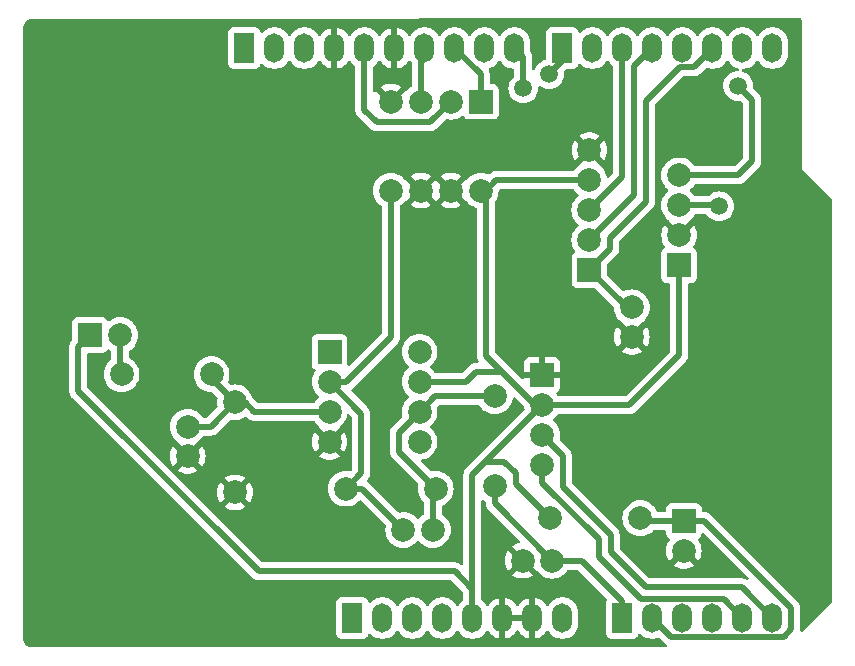
<source format=gbr>
%TF.GenerationSoftware,KiCad,Pcbnew,8.0.8*%
%TF.CreationDate,2025-03-19T14:16:18+01:00*%
%TF.ProjectId,Capteur_Graphite,43617074-6575-4725-9f47-726170686974,rev?*%
%TF.SameCoordinates,Original*%
%TF.FileFunction,Copper,L2,Bot*%
%TF.FilePolarity,Positive*%
%FSLAX46Y46*%
G04 Gerber Fmt 4.6, Leading zero omitted, Abs format (unit mm)*
G04 Created by KiCad (PCBNEW 8.0.8) date 2025-03-19 14:16:18*
%MOMM*%
%LPD*%
G01*
G04 APERTURE LIST*
%TA.AperFunction,ComponentPad*%
%ADD10R,1.700000X2.500000*%
%TD*%
%TA.AperFunction,ComponentPad*%
%ADD11O,1.700000X2.500000*%
%TD*%
%TA.AperFunction,ComponentPad*%
%ADD12C,2.000000*%
%TD*%
%TA.AperFunction,ComponentPad*%
%ADD13R,2.000000X2.000000*%
%TD*%
%TA.AperFunction,ViaPad*%
%ADD14C,1.500000*%
%TD*%
%TA.AperFunction,Conductor*%
%ADD15C,0.500000*%
%TD*%
%TA.AperFunction,Conductor*%
%ADD16C,0.250000*%
%TD*%
G04 APERTURE END LIST*
D10*
%TO.P,J1,1,Pin_1*%
%TO.N,unconnected-(J1-Pin_1-Pad1)*%
X127940000Y-97460000D03*
D11*
%TO.P,J1,2,Pin_2*%
%TO.N,/IOREF*%
X130480000Y-97460000D03*
%TO.P,J1,3,Pin_3*%
%TO.N,/~{RESET}*%
X133020000Y-97460000D03*
%TO.P,J1,4,Pin_4*%
%TO.N,+3V3*%
X135560000Y-97460000D03*
%TO.P,J1,5,Pin_5*%
%TO.N,+5V*%
X138100000Y-97460000D03*
%TO.P,J1,6,Pin_6*%
%TO.N,GND*%
X140640000Y-97460000D03*
%TO.P,J1,7,Pin_7*%
X143180000Y-97460000D03*
%TO.P,J1,8,Pin_8*%
%TO.N,VCC*%
X145720000Y-97460000D03*
%TD*%
D10*
%TO.P,J3,1,Pin_1*%
%TO.N,A0*%
X150800000Y-97460000D03*
D11*
%TO.P,J3,2,Pin_2*%
%TO.N,A1*%
X153340000Y-97460000D03*
%TO.P,J3,3,Pin_3*%
%TO.N,/A2*%
X155880000Y-97460000D03*
%TO.P,J3,4,Pin_4*%
%TO.N,/A3*%
X158420000Y-97460000D03*
%TO.P,J3,5,Pin_5*%
%TO.N,A4*%
X160960000Y-97460000D03*
%TO.P,J3,6,Pin_6*%
%TO.N,A5*%
X163500000Y-97460000D03*
%TD*%
D10*
%TO.P,J2,1,Pin_1*%
%TO.N,A5*%
X118796000Y-49200000D03*
D11*
%TO.P,J2,2,Pin_2*%
%TO.N,A4*%
X121336000Y-49200000D03*
%TO.P,J2,3,Pin_3*%
%TO.N,/AREF*%
X123876000Y-49200000D03*
%TO.P,J2,4,Pin_4*%
%TO.N,GND*%
X126416000Y-49200000D03*
%TO.P,J2,5,Pin_5*%
%TO.N,D13*%
X128956000Y-49200000D03*
%TO.P,J2,6,Pin_6*%
%TO.N,GND*%
X131496000Y-49200000D03*
%TO.P,J2,7,Pin_7*%
%TO.N,D11*%
X134036000Y-49200000D03*
%TO.P,J2,8,Pin_8*%
%TO.N,D10*%
X136576000Y-49200000D03*
%TO.P,J2,9,Pin_9*%
%TO.N,/\u002A9*%
X139116000Y-49200000D03*
%TO.P,J2,10,Pin_10*%
%TO.N,D8*%
X141656000Y-49200000D03*
%TD*%
D10*
%TO.P,J4,1,Pin_1*%
%TO.N,D7*%
X145720000Y-49200000D03*
D11*
%TO.P,J4,2,Pin_2*%
%TO.N,/\u002A6*%
X148260000Y-49200000D03*
%TO.P,J4,3,Pin_3*%
%TO.N,D5*%
X150800000Y-49200000D03*
%TO.P,J4,4,Pin_4*%
%TO.N,D4*%
X153340000Y-49200000D03*
%TO.P,J4,5,Pin_5*%
%TO.N,/\u002A3*%
X155880000Y-49200000D03*
%TO.P,J4,6,Pin_6*%
%TO.N,D2*%
X158420000Y-49200000D03*
%TO.P,J4,7,Pin_7*%
%TO.N,/TX{slash}1*%
X160960000Y-49200000D03*
%TO.P,J4,8,Pin_8*%
%TO.N,/RX{slash}0*%
X163500000Y-49200000D03*
%TD*%
D12*
%TO.P,C3,1*%
%TO.N,D2*%
X151600000Y-71150000D03*
%TO.P,C3,2*%
%TO.N,GND*%
X151600000Y-73650000D03*
%TD*%
D13*
%TO.P,U1,1,GND*%
%TO.N,GND*%
X144000000Y-76880000D03*
D12*
%TO.P,U1,2,Vcc*%
%TO.N,+5V*%
X144000000Y-79420000D03*
%TO.P,U1,3,SCL*%
%TO.N,A5*%
X144000000Y-81960000D03*
%TO.P,U1,4,SDA*%
%TO.N,A4*%
X144000000Y-84500000D03*
%TD*%
%TO.P,R4,1*%
%TO.N,Net-(U7-OUT)*%
X140000000Y-78690000D03*
%TO.P,R4,2*%
%TO.N,A0*%
X140000000Y-86310000D03*
%TD*%
D13*
%TO.P,U6,1,Vcc*%
%TO.N,+5V*%
X105730000Y-73500000D03*
D12*
%TO.P,U6,2,OUT*%
%TO.N,Net-(U6-OUT)*%
X108270000Y-73500000D03*
%TD*%
%TO.P,C1,1*%
%TO.N,Net-(U7-+IN)*%
X114000000Y-81250000D03*
%TO.P,C1,2*%
%TO.N,GND*%
X114000000Y-83750000D03*
%TD*%
%TO.P,C4,1*%
%TO.N,IN-*%
X132250000Y-90000000D03*
%TO.P,C4,2*%
%TO.N,Net-(U7-OUT)*%
X134750000Y-90000000D03*
%TD*%
D13*
%TO.P,U7,1,NC_2*%
%TO.N,unconnected-(U7-NC_2-Pad1)*%
X126000000Y-74920000D03*
D12*
%TO.P,U7,2,-IN*%
%TO.N,IN-*%
X126000000Y-77460000D03*
%TO.P,U7,3,+IN*%
%TO.N,Net-(U7-+IN)*%
X126000000Y-80000000D03*
%TO.P,U7,4,V-*%
%TO.N,GND*%
X126000000Y-82540000D03*
%TO.P,U7,5,EXTCLOCKINPUT*%
%TO.N,unconnected-(U7-EXTCLOCKINPUT-Pad5)*%
X133620000Y-82540000D03*
%TO.P,U7,6,OUT*%
%TO.N,Net-(U7-OUT)*%
X133620000Y-80000000D03*
%TO.P,U7,7,V+*%
%TO.N,+5V*%
X133620000Y-77460000D03*
%TO.P,U7,8,NC*%
%TO.N,unconnected-(U7-NC-Pad8)*%
X133620000Y-74920000D03*
%TD*%
%TO.P,R6,1*%
%TO.N,A1*%
X152310000Y-89000000D03*
%TO.P,R6,2*%
%TO.N,+5V*%
X144690000Y-89000000D03*
%TD*%
D13*
%TO.P,U3,1,Vcc*%
%TO.N,+5V*%
X155600000Y-67600000D03*
D12*
%TO.P,U3,2,GND*%
%TO.N,GND*%
X155600000Y-65060000D03*
%TO.P,U3,3,TX*%
%TO.N,D8*%
X155600000Y-62520000D03*
%TO.P,U3,4,RX*%
%TO.N,D7*%
X155600000Y-59980000D03*
%TD*%
D13*
%TO.P,U5,1,5V*%
%TO.N,A1*%
X156000000Y-89230000D03*
D12*
%TO.P,U5,2,GND*%
%TO.N,GND*%
X156000000Y-91770000D03*
%TD*%
%TO.P,R5,1*%
%TO.N,Net-(U6-OUT)*%
X108390000Y-76800000D03*
%TO.P,R5,2*%
%TO.N,Net-(U7-+IN)*%
X116010000Y-76800000D03*
%TD*%
D13*
%TO.P,U4,1,CLK*%
%TO.N,D2*%
X148000000Y-68000000D03*
D12*
%TO.P,U4,2,DT*%
%TO.N,D4*%
X148000000Y-65460000D03*
%TO.P,U4,3,SW*%
%TO.N,D5*%
X148000000Y-62920000D03*
%TO.P,U4,4,+*%
%TO.N,+5V*%
X148000000Y-60380000D03*
%TO.P,U4,5,GND*%
%TO.N,GND*%
X148000000Y-57840000D03*
%TD*%
%TO.P,R1,1*%
%TO.N,GND*%
X118000000Y-86810000D03*
%TO.P,R1,2*%
%TO.N,Net-(U7-+IN)*%
X118000000Y-79190000D03*
%TD*%
%TO.P,R3,1*%
%TO.N,Net-(U7-OUT)*%
X135000000Y-86500000D03*
%TO.P,R3,2*%
%TO.N,IN-*%
X127380000Y-86500000D03*
%TD*%
%TO.P,C2,1*%
%TO.N,A0*%
X144850000Y-92600000D03*
%TO.P,C2,2*%
%TO.N,GND*%
X142350000Y-92600000D03*
%TD*%
D13*
%TO.P,U2,1,~{CS}*%
%TO.N,D10*%
X138810000Y-53740000D03*
D12*
%TO.P,U2,2,SCK*%
%TO.N,D13*%
X136270000Y-53740000D03*
%TO.P,U2,3,SI*%
%TO.N,D11*%
X133730000Y-53740000D03*
%TO.P,U2,4,VSS*%
%TO.N,GND*%
X131190000Y-53740000D03*
%TO.P,U2,5,PA0*%
%TO.N,IN-*%
X131190000Y-61260000D03*
%TO.P,U2,6,PW0*%
%TO.N,GND*%
X133730000Y-61260000D03*
%TO.P,U2,7,PB0*%
X136270000Y-61260000D03*
%TO.P,U2,8,VDD*%
%TO.N,+5V*%
X138810000Y-61260000D03*
%TD*%
D14*
%TO.N,D8*%
X142400000Y-52600000D03*
X159000000Y-62600000D03*
%TO.N,D7*%
X160600000Y-52400000D03*
X144600000Y-51400000D03*
%TD*%
D15*
%TO.N,GND*%
X114000000Y-84000000D02*
X114000000Y-83750000D01*
%TO.N,+5V*%
X155600000Y-75200000D02*
X155600000Y-67600000D01*
X140120000Y-60380000D02*
X148000000Y-60380000D01*
X144690000Y-89000000D02*
X141800000Y-86110000D01*
X144000000Y-79420000D02*
X151380000Y-79420000D01*
X138100000Y-97460000D02*
X138100000Y-85320000D01*
X137540000Y-77460000D02*
X133620000Y-77460000D01*
X140810000Y-84210000D02*
X139210000Y-84210000D01*
X137540000Y-77460000D02*
X138410000Y-76590000D01*
X143420000Y-79420000D02*
X140590000Y-76590000D01*
X138100000Y-85320000D02*
X144000000Y-79420000D01*
X104740000Y-78240000D02*
X120000000Y-93500000D01*
X138810000Y-61260000D02*
X139240000Y-61260000D01*
X139240000Y-61260000D02*
X140120000Y-60380000D01*
X144000000Y-79420000D02*
X143420000Y-79420000D01*
X140590000Y-76590000D02*
X140210000Y-76590000D01*
X136600000Y-93500000D02*
X138100000Y-95000000D01*
X120000000Y-93500000D02*
X136600000Y-93500000D01*
X105730000Y-73500000D02*
X104740000Y-74490000D01*
X141800000Y-85200000D02*
X140810000Y-84210000D01*
X151380000Y-79420000D02*
X155600000Y-75200000D01*
X139250000Y-75250000D02*
X139250000Y-61700000D01*
X104740000Y-74490000D02*
X104740000Y-78240000D01*
X138410000Y-76590000D02*
X140210000Y-76590000D01*
X139250000Y-61700000D02*
X138810000Y-61260000D01*
X141800000Y-86110000D02*
X141800000Y-85200000D01*
X140590000Y-76590000D02*
X139250000Y-75250000D01*
%TO.N,Net-(U7-+IN)*%
X116010000Y-76800000D02*
X116010000Y-77200000D01*
X118000000Y-79190000D02*
X118810000Y-79190000D01*
X118810000Y-79190000D02*
X119620000Y-80000000D01*
X114000000Y-81250000D02*
X115940000Y-81250000D01*
X115940000Y-81250000D02*
X118000000Y-79190000D01*
X119620000Y-80000000D02*
X126000000Y-80000000D01*
X116010000Y-77200000D02*
X118000000Y-79190000D01*
%TO.N,A0*%
X150800000Y-97460000D02*
X150800000Y-96050000D01*
X140000000Y-86310000D02*
X140000000Y-87750000D01*
X147350000Y-92600000D02*
X144850000Y-92600000D01*
X140000000Y-87750000D02*
X144850000Y-92600000D01*
D16*
X140000000Y-86310000D02*
X140000000Y-86381370D01*
D15*
X150800000Y-96050000D02*
X147350000Y-92600000D01*
%TO.N,IN-*%
X126000000Y-77460000D02*
X128690000Y-80150000D01*
X127380000Y-86500000D02*
X128750000Y-86500000D01*
X127414213Y-77460000D02*
X126000000Y-77460000D01*
X128690000Y-80150000D02*
X128690000Y-85190000D01*
X128750000Y-86500000D02*
X132250000Y-90000000D01*
X131190000Y-73684213D02*
X127414213Y-77460000D01*
X132190000Y-90000000D02*
X132250000Y-90000000D01*
X128690000Y-85190000D02*
X127380000Y-86500000D01*
X131190000Y-61260000D02*
X131190000Y-73684213D01*
%TO.N,Net-(U7-OUT)*%
X131870000Y-81750000D02*
X133620000Y-80000000D01*
X134930000Y-78690000D02*
X140000000Y-78690000D01*
X131870000Y-81750000D02*
X131870000Y-83370000D01*
X133620000Y-80000000D02*
X134930000Y-78690000D01*
X131870000Y-83370000D02*
X135000000Y-86500000D01*
X134750000Y-86750000D02*
X135000000Y-86500000D01*
X134750000Y-90000000D02*
X134750000Y-86750000D01*
%TO.N,D11*%
X133730000Y-49506000D02*
X134036000Y-49200000D01*
X133730000Y-53740000D02*
X133730000Y-49506000D01*
%TO.N,A5*%
X149800001Y-91885787D02*
X149800001Y-90385787D01*
X145750000Y-83710000D02*
X144000000Y-81960000D01*
X152774214Y-94860000D02*
X149800001Y-91885787D01*
X163500000Y-97460000D02*
X160900000Y-94860000D01*
X160900000Y-94860000D02*
X152774214Y-94860000D01*
X149800001Y-90385787D02*
X145750000Y-86335786D01*
X145750000Y-86335786D02*
X145750000Y-83710000D01*
%TO.N,/RX{slash}0*%
X163300000Y-49200000D02*
X163500000Y-49200000D01*
%TO.N,D13*%
X129990000Y-55490000D02*
X128956000Y-54456000D01*
X128956000Y-54456000D02*
X128956000Y-49200000D01*
X134520000Y-55490000D02*
X129990000Y-55490000D01*
X136270000Y-53740000D02*
X134520000Y-55490000D01*
%TO.N,D10*%
X138810000Y-53740000D02*
X138810000Y-51434000D01*
X138810000Y-51434000D02*
X136576000Y-49200000D01*
%TO.N,A4*%
X144000000Y-86000000D02*
X144000000Y-84500000D01*
X160960000Y-97460000D02*
X159360000Y-95860000D01*
X152360000Y-95860000D02*
X148800000Y-92300000D01*
X148800000Y-90800000D02*
X144000000Y-86000000D01*
X159360000Y-95860000D02*
X152360000Y-95860000D01*
X148800000Y-92300000D02*
X148800000Y-90800000D01*
%TO.N,A1*%
X152540000Y-89230000D02*
X152310000Y-89000000D01*
X165100000Y-98400000D02*
X165100000Y-96600000D01*
X153340000Y-97460000D02*
X154940000Y-99060000D01*
X157730000Y-89230000D02*
X156000000Y-89230000D01*
X156000000Y-89230000D02*
X152540000Y-89230000D01*
X165100000Y-96600000D02*
X157730000Y-89230000D01*
X154940000Y-99060000D02*
X164440000Y-99060000D01*
X164440000Y-99060000D02*
X165100000Y-98400000D01*
%TO.N,D2*%
X148000000Y-67210000D02*
X148724874Y-67210000D01*
X155700000Y-50800000D02*
X156871371Y-50800000D01*
X156871371Y-50800000D02*
X158471371Y-49200000D01*
X151150000Y-71150000D02*
X148000000Y-68000000D01*
X149750000Y-66184874D02*
X149750000Y-65250000D01*
X148000000Y-68000000D02*
X148000000Y-67210000D01*
X152800000Y-62200000D02*
X152800000Y-53700000D01*
X148724874Y-67210000D02*
X149750000Y-66184874D01*
X151600000Y-71150000D02*
X151150000Y-71150000D01*
X149750000Y-65250000D02*
X152800000Y-62200000D01*
X152800000Y-53700000D02*
X155700000Y-50800000D01*
X158471371Y-49200000D02*
X158420000Y-49200000D01*
%TO.N,D8*%
X142400000Y-52600000D02*
X142400000Y-49944000D01*
X142400000Y-49944000D02*
X141656000Y-49200000D01*
X158920000Y-62520000D02*
X159000000Y-62600000D01*
X155600000Y-62520000D02*
X158920000Y-62520000D01*
%TO.N,D4*%
X151800000Y-61660000D02*
X151800000Y-50740000D01*
X151800000Y-50740000D02*
X153340000Y-49200000D01*
X148000000Y-65460000D02*
X151800000Y-61660000D01*
%TO.N,D5*%
X148000000Y-62920000D02*
X150800000Y-60120000D01*
X150800000Y-60120000D02*
X150800000Y-49200000D01*
%TO.N,Net-(U6-OUT)*%
X108270000Y-76680000D02*
X108270000Y-73500000D01*
X108390000Y-76800000D02*
X108270000Y-76680000D01*
%TO.N,D7*%
X161800000Y-53600000D02*
X161800000Y-58800000D01*
X145720000Y-50280000D02*
X145720000Y-49200000D01*
X144600000Y-51400000D02*
X145720000Y-50280000D01*
X160600000Y-52400000D02*
X161800000Y-53600000D01*
X160620000Y-59980000D02*
X155600000Y-59980000D01*
X161800000Y-58800000D02*
X160620000Y-59980000D01*
%TD*%
%TA.AperFunction,Conductor*%
%TO.N,GND*%
G36*
X165907444Y-46695306D02*
G01*
X165953247Y-46748068D01*
X165964500Y-46799683D01*
X165964500Y-59344982D01*
X165964500Y-59375018D01*
X165975994Y-59402767D01*
X165975995Y-59402768D01*
X168468181Y-61894954D01*
X168501666Y-61956277D01*
X168504500Y-61982635D01*
X168504500Y-96107364D01*
X168484815Y-96174403D01*
X168468181Y-96195045D01*
X166065600Y-98597626D01*
X166004277Y-98631111D01*
X165934585Y-98626127D01*
X165878652Y-98584255D01*
X165854235Y-98518791D01*
X165856303Y-98485748D01*
X165858500Y-98474705D01*
X165858500Y-96525291D01*
X165829352Y-96378759D01*
X165829351Y-96378758D01*
X165829351Y-96378754D01*
X165816608Y-96347990D01*
X165772177Y-96240722D01*
X165772169Y-96240707D01*
X165748323Y-96205020D01*
X165748322Y-96205019D01*
X165689164Y-96116482D01*
X158213517Y-88640835D01*
X158151399Y-88599330D01*
X158089284Y-88557826D01*
X158010269Y-88525097D01*
X157951247Y-88500649D01*
X157951239Y-88500647D01*
X157844175Y-88479351D01*
X157844174Y-88479350D01*
X157824440Y-88475425D01*
X157804707Y-88471500D01*
X157804706Y-88471500D01*
X157632500Y-88471500D01*
X157565461Y-88451815D01*
X157519706Y-88399011D01*
X157508500Y-88347500D01*
X157508500Y-88181362D01*
X157508499Y-88181345D01*
X157505157Y-88150270D01*
X157501989Y-88120799D01*
X157497693Y-88109282D01*
X157461843Y-88013165D01*
X157450889Y-87983796D01*
X157363261Y-87866739D01*
X157246204Y-87779111D01*
X157237381Y-87775820D01*
X157109203Y-87728011D01*
X157048654Y-87721500D01*
X157048638Y-87721500D01*
X154951362Y-87721500D01*
X154951345Y-87721500D01*
X154890797Y-87728011D01*
X154890795Y-87728011D01*
X154753795Y-87779111D01*
X154636739Y-87866739D01*
X154549111Y-87983795D01*
X154498011Y-88120795D01*
X154498011Y-88120797D01*
X154491500Y-88181345D01*
X154491500Y-88347500D01*
X154471815Y-88414539D01*
X154419011Y-88460294D01*
X154367500Y-88471500D01*
X153806731Y-88471500D01*
X153739692Y-88451815D01*
X153693937Y-88399011D01*
X153692190Y-88395000D01*
X153658240Y-88313037D01*
X153609510Y-88233518D01*
X153534179Y-88110589D01*
X153534178Y-88110586D01*
X153444011Y-88005015D01*
X153379969Y-87930031D01*
X153203265Y-87779111D01*
X153199413Y-87775821D01*
X153199410Y-87775820D01*
X152996962Y-87651759D01*
X152996959Y-87651757D01*
X152777596Y-87560895D01*
X152546714Y-87505465D01*
X152310000Y-87486835D01*
X152073285Y-87505465D01*
X151842404Y-87560895D01*
X151842402Y-87560895D01*
X151623040Y-87651757D01*
X151623037Y-87651759D01*
X151420589Y-87775820D01*
X151420586Y-87775821D01*
X151240031Y-87930031D01*
X151085821Y-88110586D01*
X151085820Y-88110589D01*
X150961759Y-88313037D01*
X150961757Y-88313040D01*
X150870895Y-88532402D01*
X150870895Y-88532404D01*
X150815465Y-88763285D01*
X150796835Y-89000000D01*
X150815465Y-89236714D01*
X150870895Y-89467595D01*
X150870895Y-89467597D01*
X150961757Y-89686959D01*
X150961759Y-89686962D01*
X151085820Y-89889410D01*
X151085821Y-89889413D01*
X151138076Y-89950596D01*
X151240031Y-90069969D01*
X151420584Y-90224176D01*
X151509484Y-90278654D01*
X151623037Y-90348240D01*
X151623040Y-90348242D01*
X151842403Y-90439104D01*
X151842404Y-90439104D01*
X151842406Y-90439105D01*
X152073289Y-90494535D01*
X152310000Y-90513165D01*
X152546711Y-90494535D01*
X152777594Y-90439105D01*
X152777596Y-90439104D01*
X152777597Y-90439104D01*
X152996959Y-90348242D01*
X152996960Y-90348241D01*
X152996963Y-90348240D01*
X153199416Y-90224176D01*
X153379969Y-90069969D01*
X153412425Y-90031967D01*
X153470930Y-89993776D01*
X153506714Y-89988500D01*
X154367500Y-89988500D01*
X154434539Y-90008185D01*
X154480294Y-90060989D01*
X154491500Y-90112500D01*
X154491500Y-90278654D01*
X154498011Y-90339202D01*
X154498011Y-90339204D01*
X154545900Y-90467594D01*
X154549111Y-90476204D01*
X154636739Y-90593261D01*
X154753796Y-90680889D01*
X154753799Y-90680890D01*
X154758360Y-90683381D01*
X154807768Y-90732784D01*
X154822624Y-90801056D01*
X154802748Y-90860037D01*
X154676267Y-91053631D01*
X154576412Y-91281282D01*
X154515387Y-91522261D01*
X154515385Y-91522270D01*
X154494859Y-91769994D01*
X154494859Y-91770000D01*
X154515385Y-92017729D01*
X154515387Y-92017738D01*
X154576412Y-92258717D01*
X154676267Y-92486367D01*
X154776562Y-92639881D01*
X155600000Y-91816443D01*
X155600000Y-91822661D01*
X155627259Y-91924394D01*
X155679920Y-92015606D01*
X155754394Y-92090080D01*
X155845606Y-92142741D01*
X155947339Y-92170000D01*
X155953554Y-92170000D01*
X155129943Y-92993609D01*
X155176768Y-93030055D01*
X155176771Y-93030057D01*
X155395385Y-93148364D01*
X155395396Y-93148369D01*
X155630506Y-93229083D01*
X155875707Y-93270000D01*
X156124293Y-93270000D01*
X156369493Y-93229083D01*
X156604603Y-93148369D01*
X156604614Y-93148364D01*
X156823230Y-93030056D01*
X156823236Y-93030051D01*
X156870055Y-92993610D01*
X156870056Y-92993609D01*
X156046446Y-92170000D01*
X156052661Y-92170000D01*
X156154394Y-92142741D01*
X156245606Y-92090080D01*
X156320080Y-92015606D01*
X156372741Y-91924394D01*
X156400000Y-91822661D01*
X156400000Y-91816447D01*
X157223435Y-92639882D01*
X157323733Y-92486364D01*
X157423587Y-92258717D01*
X157484612Y-92017738D01*
X157484614Y-92017729D01*
X157505141Y-91770000D01*
X157505141Y-91769994D01*
X157484614Y-91522270D01*
X157484612Y-91522261D01*
X157423587Y-91281282D01*
X157323732Y-91053632D01*
X157197251Y-90860037D01*
X157177063Y-90793148D01*
X157196244Y-90725962D01*
X157241642Y-90683379D01*
X157246198Y-90680890D01*
X157246204Y-90680889D01*
X157363261Y-90593261D01*
X157450889Y-90476204D01*
X157491526Y-90367253D01*
X157504701Y-90331932D01*
X157506548Y-90332621D01*
X157535966Y-90280927D01*
X157597868Y-90248525D01*
X157667462Y-90254734D01*
X157709774Y-90282455D01*
X161441489Y-94014170D01*
X161474974Y-94075493D01*
X161469990Y-94145185D01*
X161428118Y-94201118D01*
X161362654Y-94225535D01*
X161294381Y-94210683D01*
X161284918Y-94204954D01*
X161279177Y-94201118D01*
X161259284Y-94187826D01*
X161121247Y-94130649D01*
X161121240Y-94130647D01*
X161033349Y-94113165D01*
X160974708Y-94101500D01*
X160974706Y-94101500D01*
X153139757Y-94101500D01*
X153072718Y-94081815D01*
X153052076Y-94065181D01*
X150594820Y-91607925D01*
X150561335Y-91546602D01*
X150558501Y-91520244D01*
X150558501Y-90311079D01*
X150549857Y-90267628D01*
X150541214Y-90224176D01*
X150541214Y-90224173D01*
X150529353Y-90164547D01*
X150529352Y-90164540D01*
X150490179Y-90069969D01*
X150472175Y-90026503D01*
X150459935Y-90008185D01*
X150389169Y-89902275D01*
X150389168Y-89902274D01*
X150389166Y-89902271D01*
X150283517Y-89796622D01*
X146544819Y-86057924D01*
X146511334Y-85996601D01*
X146508500Y-85970243D01*
X146508500Y-83635291D01*
X146479352Y-83488759D01*
X146479351Y-83488758D01*
X146479351Y-83488754D01*
X146479349Y-83488749D01*
X146422177Y-83350722D01*
X146422170Y-83350709D01*
X146339166Y-83226485D01*
X146296857Y-83184176D01*
X146233516Y-83120835D01*
X145507795Y-82395114D01*
X145474310Y-82333791D01*
X145474901Y-82278487D01*
X145494535Y-82196711D01*
X145513165Y-81960000D01*
X145494535Y-81723289D01*
X145439105Y-81492406D01*
X145439104Y-81492403D01*
X145439104Y-81492402D01*
X145348242Y-81273040D01*
X145348240Y-81273037D01*
X145224179Y-81070589D01*
X145224178Y-81070586D01*
X145069969Y-80890031D01*
X145069242Y-80889410D01*
X144946160Y-80784288D01*
X144907968Y-80725784D01*
X144907469Y-80655916D01*
X144944823Y-80596869D01*
X144946057Y-80595799D01*
X145069969Y-80489969D01*
X145224176Y-80309416D01*
X145268118Y-80237710D01*
X145319929Y-80190835D01*
X145373845Y-80178500D01*
X151454706Y-80178500D01*
X151527976Y-80163925D01*
X151527977Y-80163925D01*
X151546419Y-80160256D01*
X151601247Y-80149351D01*
X151739284Y-80092174D01*
X151863515Y-80009166D01*
X156189165Y-75683516D01*
X156272173Y-75559285D01*
X156272174Y-75559284D01*
X156329351Y-75421246D01*
X156348554Y-75324709D01*
X156358500Y-75274708D01*
X156358500Y-69232500D01*
X156378185Y-69165461D01*
X156430989Y-69119706D01*
X156482500Y-69108500D01*
X156648638Y-69108500D01*
X156648654Y-69108499D01*
X156675692Y-69105591D01*
X156709201Y-69101989D01*
X156846204Y-69050889D01*
X156963261Y-68963261D01*
X157050889Y-68846204D01*
X157101989Y-68709201D01*
X157105591Y-68675692D01*
X157108499Y-68648654D01*
X157108500Y-68648637D01*
X157108500Y-66551362D01*
X157108499Y-66551345D01*
X157102764Y-66498011D01*
X157101989Y-66490799D01*
X157050889Y-66353796D01*
X156963261Y-66236739D01*
X156846204Y-66149111D01*
X156846203Y-66149110D01*
X156841638Y-66146618D01*
X156792230Y-66097216D01*
X156777374Y-66028944D01*
X156797251Y-65969961D01*
X156923731Y-65776369D01*
X157023587Y-65548717D01*
X157084612Y-65307738D01*
X157084614Y-65307729D01*
X157105141Y-65060000D01*
X157105141Y-65059994D01*
X157084614Y-64812270D01*
X157084612Y-64812261D01*
X157023587Y-64571282D01*
X156923732Y-64343632D01*
X156823435Y-64190116D01*
X156000000Y-65013551D01*
X156000000Y-65007339D01*
X155972741Y-64905606D01*
X155920080Y-64814394D01*
X155845606Y-64739920D01*
X155754394Y-64687259D01*
X155652661Y-64660000D01*
X155646447Y-64660000D01*
X156470055Y-63836389D01*
X156469429Y-63826298D01*
X156484922Y-63758167D01*
X156512657Y-63724325D01*
X156669969Y-63589969D01*
X156824176Y-63409416D01*
X156868118Y-63337710D01*
X156919929Y-63290835D01*
X156973845Y-63278500D01*
X157874196Y-63278500D01*
X157941235Y-63298185D01*
X157975769Y-63331374D01*
X158032251Y-63412038D01*
X158187962Y-63567749D01*
X158368346Y-63694056D01*
X158567924Y-63787120D01*
X158780629Y-63844115D01*
X158937322Y-63857823D01*
X158999998Y-63863307D01*
X159000000Y-63863307D01*
X159000002Y-63863307D01*
X159054842Y-63858509D01*
X159219371Y-63844115D01*
X159432076Y-63787120D01*
X159631654Y-63694056D01*
X159812038Y-63567749D01*
X159967749Y-63412038D01*
X160094056Y-63231654D01*
X160187120Y-63032076D01*
X160244115Y-62819371D01*
X160263307Y-62600000D01*
X160244115Y-62380629D01*
X160187120Y-62167924D01*
X160094056Y-61968347D01*
X160094054Y-61968344D01*
X160094053Y-61968342D01*
X159999311Y-61833037D01*
X159967749Y-61787962D01*
X159812038Y-61632251D01*
X159631654Y-61505944D01*
X159611854Y-61496711D01*
X159432081Y-61412882D01*
X159432079Y-61412881D01*
X159432076Y-61412880D01*
X159280777Y-61372339D01*
X159219372Y-61355885D01*
X159219365Y-61355884D01*
X159000002Y-61336693D01*
X158999998Y-61336693D01*
X158780634Y-61355884D01*
X158780627Y-61355885D01*
X158567920Y-61412881D01*
X158368346Y-61505944D01*
X158368342Y-61505946D01*
X158187967Y-61632247D01*
X158187960Y-61632252D01*
X158095032Y-61725181D01*
X158033709Y-61758666D01*
X158007351Y-61761500D01*
X156973845Y-61761500D01*
X156906806Y-61741815D01*
X156868118Y-61702290D01*
X156824179Y-61630588D01*
X156824178Y-61630586D01*
X156669969Y-61450031D01*
X156626473Y-61412882D01*
X156546160Y-61344288D01*
X156507968Y-61285784D01*
X156507469Y-61215916D01*
X156544823Y-61156869D01*
X156546057Y-61155799D01*
X156669969Y-61049969D01*
X156824176Y-60869416D01*
X156868118Y-60797710D01*
X156919929Y-60750835D01*
X156973845Y-60738500D01*
X160694706Y-60738500D01*
X160767976Y-60723925D01*
X160767977Y-60723925D01*
X160786419Y-60720256D01*
X160841247Y-60709351D01*
X160979284Y-60652174D01*
X161103515Y-60569166D01*
X162389166Y-59283515D01*
X162472174Y-59159284D01*
X162529351Y-59021247D01*
X162558500Y-58874705D01*
X162558500Y-58725295D01*
X162558500Y-53525294D01*
X162558500Y-53525291D01*
X162535972Y-53412038D01*
X162529351Y-53378753D01*
X162478705Y-53256484D01*
X162472174Y-53240716D01*
X162389165Y-53116484D01*
X162283516Y-53010835D01*
X161888857Y-52616176D01*
X161855372Y-52554853D01*
X161853010Y-52517691D01*
X161863307Y-52400000D01*
X161860485Y-52367749D01*
X161849135Y-52238011D01*
X161844115Y-52180629D01*
X161787120Y-51967924D01*
X161694056Y-51768347D01*
X161694054Y-51768344D01*
X161694053Y-51768342D01*
X161630902Y-51678154D01*
X161567749Y-51587962D01*
X161412038Y-51432251D01*
X161231654Y-51305944D01*
X161231650Y-51305942D01*
X161032081Y-51212882D01*
X161032079Y-51212881D01*
X161032076Y-51212880D01*
X160992492Y-51202273D01*
X160932835Y-51165910D01*
X160902306Y-51103062D01*
X160910601Y-51033687D01*
X160955086Y-50979809D01*
X161021639Y-50958535D01*
X161024589Y-50958500D01*
X161066915Y-50958500D01*
X161066916Y-50958500D01*
X161278116Y-50925049D01*
X161481483Y-50858972D01*
X161672009Y-50761894D01*
X161845004Y-50636206D01*
X161996206Y-50485004D01*
X162121894Y-50312009D01*
X162121896Y-50312004D01*
X162124270Y-50308132D01*
X162176080Y-50261254D01*
X162245009Y-50249829D01*
X162309173Y-50277483D01*
X162335730Y-50308132D01*
X162338103Y-50312005D01*
X162338105Y-50312008D01*
X162338106Y-50312009D01*
X162463794Y-50485004D01*
X162614996Y-50636206D01*
X162787991Y-50761894D01*
X162845698Y-50791297D01*
X162978516Y-50858972D01*
X162978519Y-50858973D01*
X163030684Y-50875922D01*
X163181884Y-50925049D01*
X163393084Y-50958500D01*
X163393085Y-50958500D01*
X163606915Y-50958500D01*
X163606916Y-50958500D01*
X163818116Y-50925049D01*
X164021483Y-50858972D01*
X164212009Y-50761894D01*
X164385004Y-50636206D01*
X164536206Y-50485004D01*
X164661894Y-50312009D01*
X164758972Y-50121483D01*
X164825049Y-49918116D01*
X164858500Y-49706916D01*
X164858500Y-48693084D01*
X164825049Y-48481884D01*
X164758972Y-48278517D01*
X164758972Y-48278516D01*
X164709507Y-48181438D01*
X164661894Y-48087991D01*
X164536206Y-47914996D01*
X164385004Y-47763794D01*
X164212009Y-47638106D01*
X164021483Y-47541027D01*
X164021480Y-47541026D01*
X163818117Y-47474951D01*
X163712516Y-47458225D01*
X163606916Y-47441500D01*
X163393084Y-47441500D01*
X163322684Y-47452650D01*
X163181882Y-47474951D01*
X162978519Y-47541026D01*
X162978516Y-47541027D01*
X162787990Y-47638106D01*
X162614993Y-47763796D01*
X162463796Y-47914993D01*
X162338105Y-48087991D01*
X162335727Y-48091873D01*
X162283914Y-48138748D01*
X162214984Y-48150169D01*
X162150822Y-48122512D01*
X162124273Y-48091873D01*
X162121894Y-48087991D01*
X162121893Y-48087990D01*
X161996206Y-47914996D01*
X161845004Y-47763794D01*
X161672009Y-47638106D01*
X161481483Y-47541027D01*
X161481480Y-47541026D01*
X161278117Y-47474951D01*
X161172516Y-47458225D01*
X161066916Y-47441500D01*
X160853084Y-47441500D01*
X160782684Y-47452650D01*
X160641882Y-47474951D01*
X160438519Y-47541026D01*
X160438516Y-47541027D01*
X160247990Y-47638106D01*
X160074993Y-47763796D01*
X159923796Y-47914993D01*
X159798105Y-48087991D01*
X159795727Y-48091873D01*
X159743914Y-48138748D01*
X159674984Y-48150169D01*
X159610822Y-48122512D01*
X159584273Y-48091873D01*
X159581894Y-48087991D01*
X159581893Y-48087990D01*
X159456206Y-47914996D01*
X159305004Y-47763794D01*
X159132009Y-47638106D01*
X158941483Y-47541027D01*
X158941480Y-47541026D01*
X158738117Y-47474951D01*
X158632516Y-47458225D01*
X158526916Y-47441500D01*
X158313084Y-47441500D01*
X158242684Y-47452650D01*
X158101882Y-47474951D01*
X157898519Y-47541026D01*
X157898516Y-47541027D01*
X157707990Y-47638106D01*
X157534993Y-47763796D01*
X157383796Y-47914993D01*
X157258105Y-48087991D01*
X157255727Y-48091873D01*
X157203914Y-48138748D01*
X157134984Y-48150169D01*
X157070822Y-48122512D01*
X157044273Y-48091873D01*
X157041894Y-48087991D01*
X157041893Y-48087990D01*
X156916206Y-47914996D01*
X156765004Y-47763794D01*
X156592009Y-47638106D01*
X156401483Y-47541027D01*
X156401480Y-47541026D01*
X156198117Y-47474951D01*
X156092516Y-47458225D01*
X155986916Y-47441500D01*
X155773084Y-47441500D01*
X155702684Y-47452650D01*
X155561882Y-47474951D01*
X155358519Y-47541026D01*
X155358516Y-47541027D01*
X155167990Y-47638106D01*
X154994993Y-47763796D01*
X154843796Y-47914993D01*
X154718105Y-48087991D01*
X154715727Y-48091873D01*
X154663914Y-48138748D01*
X154594984Y-48150169D01*
X154530822Y-48122512D01*
X154504273Y-48091873D01*
X154501894Y-48087991D01*
X154501893Y-48087990D01*
X154376206Y-47914996D01*
X154225004Y-47763794D01*
X154052009Y-47638106D01*
X153861483Y-47541027D01*
X153861480Y-47541026D01*
X153658117Y-47474951D01*
X153552516Y-47458225D01*
X153446916Y-47441500D01*
X153233084Y-47441500D01*
X153162684Y-47452650D01*
X153021882Y-47474951D01*
X152818519Y-47541026D01*
X152818516Y-47541027D01*
X152627990Y-47638106D01*
X152454993Y-47763796D01*
X152303796Y-47914993D01*
X152178105Y-48087991D01*
X152175727Y-48091873D01*
X152123914Y-48138748D01*
X152054984Y-48150169D01*
X151990822Y-48122512D01*
X151964273Y-48091873D01*
X151961894Y-48087991D01*
X151961893Y-48087990D01*
X151836206Y-47914996D01*
X151685004Y-47763794D01*
X151512009Y-47638106D01*
X151321483Y-47541027D01*
X151321480Y-47541026D01*
X151118117Y-47474951D01*
X151012516Y-47458225D01*
X150906916Y-47441500D01*
X150693084Y-47441500D01*
X150622684Y-47452650D01*
X150481882Y-47474951D01*
X150278519Y-47541026D01*
X150278516Y-47541027D01*
X150087990Y-47638106D01*
X149914993Y-47763796D01*
X149763796Y-47914993D01*
X149638105Y-48087991D01*
X149635727Y-48091873D01*
X149583914Y-48138748D01*
X149514984Y-48150169D01*
X149450822Y-48122512D01*
X149424273Y-48091873D01*
X149421894Y-48087991D01*
X149421893Y-48087990D01*
X149296206Y-47914996D01*
X149145004Y-47763794D01*
X148972009Y-47638106D01*
X148781483Y-47541027D01*
X148781480Y-47541026D01*
X148578117Y-47474951D01*
X148472516Y-47458225D01*
X148366916Y-47441500D01*
X148153084Y-47441500D01*
X148082684Y-47452650D01*
X147941882Y-47474951D01*
X147738519Y-47541026D01*
X147738516Y-47541027D01*
X147547990Y-47638106D01*
X147374997Y-47763793D01*
X147269818Y-47868972D01*
X147208495Y-47902456D01*
X147138803Y-47897472D01*
X147082870Y-47855600D01*
X147065958Y-47824629D01*
X147020889Y-47703796D01*
X146933261Y-47586739D01*
X146816204Y-47499111D01*
X146679203Y-47448011D01*
X146618654Y-47441500D01*
X146618638Y-47441500D01*
X144821362Y-47441500D01*
X144821345Y-47441500D01*
X144760797Y-47448011D01*
X144760795Y-47448011D01*
X144623795Y-47499111D01*
X144506739Y-47586739D01*
X144419111Y-47703795D01*
X144368011Y-47840795D01*
X144368011Y-47840797D01*
X144361500Y-47901345D01*
X144361500Y-50065862D01*
X144341815Y-50132901D01*
X144289011Y-50178656D01*
X144269595Y-50185636D01*
X144167927Y-50212878D01*
X144167924Y-50212880D01*
X143968346Y-50305944D01*
X143968342Y-50305946D01*
X143787967Y-50432247D01*
X143787960Y-50432252D01*
X143632252Y-50587960D01*
X143632247Y-50587967D01*
X143505946Y-50768342D01*
X143505944Y-50768346D01*
X143412880Y-50967924D01*
X143402274Y-51007505D01*
X143365909Y-51067165D01*
X143303062Y-51097693D01*
X143233686Y-51089398D01*
X143179809Y-51044912D01*
X143158535Y-50978360D01*
X143158500Y-50975410D01*
X143158500Y-49869291D01*
X143129352Y-49722759D01*
X143129351Y-49722758D01*
X143129351Y-49722754D01*
X143078546Y-49600099D01*
X143072175Y-49584717D01*
X143072174Y-49584715D01*
X143035397Y-49529673D01*
X143014520Y-49462996D01*
X143014500Y-49460784D01*
X143014500Y-48693084D01*
X142981049Y-48481884D01*
X142914972Y-48278517D01*
X142914972Y-48278516D01*
X142865507Y-48181438D01*
X142817894Y-48087991D01*
X142692206Y-47914996D01*
X142541004Y-47763794D01*
X142368009Y-47638106D01*
X142177483Y-47541027D01*
X142177480Y-47541026D01*
X141974117Y-47474951D01*
X141868516Y-47458225D01*
X141762916Y-47441500D01*
X141549084Y-47441500D01*
X141478684Y-47452650D01*
X141337882Y-47474951D01*
X141134519Y-47541026D01*
X141134516Y-47541027D01*
X140943990Y-47638106D01*
X140770993Y-47763796D01*
X140619796Y-47914993D01*
X140494105Y-48087991D01*
X140491727Y-48091873D01*
X140439914Y-48138748D01*
X140370984Y-48150169D01*
X140306822Y-48122512D01*
X140280273Y-48091873D01*
X140277894Y-48087991D01*
X140277893Y-48087990D01*
X140152206Y-47914996D01*
X140001004Y-47763794D01*
X139828009Y-47638106D01*
X139637483Y-47541027D01*
X139637480Y-47541026D01*
X139434117Y-47474951D01*
X139328516Y-47458225D01*
X139222916Y-47441500D01*
X139009084Y-47441500D01*
X138938684Y-47452650D01*
X138797882Y-47474951D01*
X138594519Y-47541026D01*
X138594516Y-47541027D01*
X138403990Y-47638106D01*
X138230993Y-47763796D01*
X138079796Y-47914993D01*
X137954105Y-48087991D01*
X137951727Y-48091873D01*
X137899914Y-48138748D01*
X137830984Y-48150169D01*
X137766822Y-48122512D01*
X137740273Y-48091873D01*
X137737894Y-48087991D01*
X137737893Y-48087990D01*
X137612206Y-47914996D01*
X137461004Y-47763794D01*
X137288009Y-47638106D01*
X137097483Y-47541027D01*
X137097480Y-47541026D01*
X136894117Y-47474951D01*
X136788516Y-47458225D01*
X136682916Y-47441500D01*
X136469084Y-47441500D01*
X136398684Y-47452650D01*
X136257882Y-47474951D01*
X136054519Y-47541026D01*
X136054516Y-47541027D01*
X135863990Y-47638106D01*
X135690993Y-47763796D01*
X135539796Y-47914993D01*
X135414105Y-48087991D01*
X135411727Y-48091873D01*
X135359914Y-48138748D01*
X135290984Y-48150169D01*
X135226822Y-48122512D01*
X135200273Y-48091873D01*
X135197894Y-48087991D01*
X135197893Y-48087990D01*
X135072206Y-47914996D01*
X134921004Y-47763794D01*
X134748009Y-47638106D01*
X134557483Y-47541027D01*
X134557480Y-47541026D01*
X134354117Y-47474951D01*
X134248516Y-47458225D01*
X134142916Y-47441500D01*
X133929084Y-47441500D01*
X133858684Y-47452650D01*
X133717882Y-47474951D01*
X133514519Y-47541026D01*
X133514516Y-47541027D01*
X133323990Y-47638106D01*
X133150993Y-47763796D01*
X132999796Y-47914993D01*
X132874103Y-48087994D01*
X132871709Y-48092693D01*
X132823731Y-48143485D01*
X132755908Y-48160275D01*
X132689775Y-48137732D01*
X132653800Y-48096210D01*
X132653168Y-48096598D01*
X132650829Y-48092781D01*
X132650743Y-48092682D01*
X132650620Y-48092441D01*
X132525727Y-47920540D01*
X132525723Y-47920535D01*
X132375464Y-47770276D01*
X132375459Y-47770272D01*
X132203557Y-47645379D01*
X132014215Y-47548903D01*
X131812124Y-47483241D01*
X131746000Y-47472768D01*
X131746000Y-48766988D01*
X131688993Y-48734075D01*
X131561826Y-48700000D01*
X131430174Y-48700000D01*
X131303007Y-48734075D01*
X131246000Y-48766988D01*
X131246000Y-47472768D01*
X131245999Y-47472768D01*
X131179875Y-47483241D01*
X130977784Y-47548903D01*
X130788442Y-47645379D01*
X130616540Y-47770272D01*
X130616535Y-47770276D01*
X130466276Y-47920535D01*
X130466272Y-47920540D01*
X130341376Y-48092446D01*
X130341374Y-48092448D01*
X130341246Y-48092701D01*
X130341172Y-48092779D01*
X130338832Y-48096598D01*
X130338029Y-48096106D01*
X130293264Y-48143489D01*
X130225441Y-48160274D01*
X130159309Y-48137727D01*
X130120285Y-48092683D01*
X130117895Y-48087992D01*
X130086472Y-48044742D01*
X129992206Y-47914996D01*
X129841004Y-47763794D01*
X129668009Y-47638106D01*
X129477483Y-47541027D01*
X129477480Y-47541026D01*
X129274117Y-47474951D01*
X129168516Y-47458225D01*
X129062916Y-47441500D01*
X128849084Y-47441500D01*
X128778684Y-47452650D01*
X128637882Y-47474951D01*
X128434519Y-47541026D01*
X128434516Y-47541027D01*
X128243990Y-47638106D01*
X128070993Y-47763796D01*
X127919796Y-47914993D01*
X127794103Y-48087994D01*
X127791709Y-48092693D01*
X127743731Y-48143485D01*
X127675908Y-48160275D01*
X127609775Y-48137732D01*
X127573800Y-48096210D01*
X127573168Y-48096598D01*
X127570829Y-48092781D01*
X127570743Y-48092682D01*
X127570620Y-48092441D01*
X127445727Y-47920540D01*
X127445723Y-47920535D01*
X127295464Y-47770276D01*
X127295459Y-47770272D01*
X127123557Y-47645379D01*
X126934215Y-47548903D01*
X126732124Y-47483241D01*
X126666000Y-47472768D01*
X126666000Y-48766988D01*
X126608993Y-48734075D01*
X126481826Y-48700000D01*
X126350174Y-48700000D01*
X126223007Y-48734075D01*
X126166000Y-48766988D01*
X126166000Y-47472768D01*
X126165999Y-47472768D01*
X126099875Y-47483241D01*
X125897784Y-47548903D01*
X125708442Y-47645379D01*
X125536540Y-47770272D01*
X125536535Y-47770276D01*
X125386276Y-47920535D01*
X125386272Y-47920540D01*
X125261376Y-48092446D01*
X125261374Y-48092448D01*
X125261246Y-48092701D01*
X125261172Y-48092779D01*
X125258832Y-48096598D01*
X125258029Y-48096106D01*
X125213264Y-48143489D01*
X125145441Y-48160274D01*
X125079309Y-48137727D01*
X125040285Y-48092683D01*
X125037895Y-48087992D01*
X125006472Y-48044742D01*
X124912206Y-47914996D01*
X124761004Y-47763794D01*
X124588009Y-47638106D01*
X124397483Y-47541027D01*
X124397480Y-47541026D01*
X124194117Y-47474951D01*
X124088516Y-47458225D01*
X123982916Y-47441500D01*
X123769084Y-47441500D01*
X123698684Y-47452650D01*
X123557882Y-47474951D01*
X123354519Y-47541026D01*
X123354516Y-47541027D01*
X123163990Y-47638106D01*
X122990993Y-47763796D01*
X122839796Y-47914993D01*
X122714105Y-48087991D01*
X122711727Y-48091873D01*
X122659914Y-48138748D01*
X122590984Y-48150169D01*
X122526822Y-48122512D01*
X122500273Y-48091873D01*
X122497894Y-48087991D01*
X122497893Y-48087990D01*
X122372206Y-47914996D01*
X122221004Y-47763794D01*
X122048009Y-47638106D01*
X121857483Y-47541027D01*
X121857480Y-47541026D01*
X121654117Y-47474951D01*
X121548516Y-47458225D01*
X121442916Y-47441500D01*
X121229084Y-47441500D01*
X121158684Y-47452650D01*
X121017882Y-47474951D01*
X120814519Y-47541026D01*
X120814516Y-47541027D01*
X120623990Y-47638106D01*
X120450997Y-47763793D01*
X120345818Y-47868972D01*
X120284495Y-47902456D01*
X120214803Y-47897472D01*
X120158870Y-47855600D01*
X120141958Y-47824629D01*
X120096889Y-47703796D01*
X120009261Y-47586739D01*
X119892204Y-47499111D01*
X119755203Y-47448011D01*
X119694654Y-47441500D01*
X119694638Y-47441500D01*
X117897362Y-47441500D01*
X117897345Y-47441500D01*
X117836797Y-47448011D01*
X117836795Y-47448011D01*
X117699795Y-47499111D01*
X117582739Y-47586739D01*
X117495111Y-47703795D01*
X117444011Y-47840795D01*
X117444011Y-47840797D01*
X117437500Y-47901345D01*
X117437500Y-50498654D01*
X117444011Y-50559202D01*
X117444011Y-50559204D01*
X117493162Y-50690978D01*
X117495111Y-50696204D01*
X117582739Y-50813261D01*
X117699796Y-50900889D01*
X117786706Y-50933305D01*
X117832766Y-50950485D01*
X117836799Y-50951989D01*
X117864050Y-50954918D01*
X117897345Y-50958499D01*
X117897362Y-50958500D01*
X119694638Y-50958500D01*
X119694654Y-50958499D01*
X119721692Y-50955591D01*
X119755201Y-50951989D01*
X119759234Y-50950485D01*
X119787331Y-50940005D01*
X119892204Y-50900889D01*
X120009261Y-50813261D01*
X120096889Y-50696204D01*
X120141957Y-50575371D01*
X120183827Y-50519442D01*
X120249291Y-50495025D01*
X120317564Y-50509877D01*
X120345818Y-50531028D01*
X120450996Y-50636206D01*
X120623991Y-50761894D01*
X120681698Y-50791297D01*
X120814516Y-50858972D01*
X120814519Y-50858973D01*
X120866684Y-50875922D01*
X121017884Y-50925049D01*
X121229084Y-50958500D01*
X121229085Y-50958500D01*
X121442915Y-50958500D01*
X121442916Y-50958500D01*
X121654116Y-50925049D01*
X121857483Y-50858972D01*
X122048009Y-50761894D01*
X122221004Y-50636206D01*
X122372206Y-50485004D01*
X122497894Y-50312009D01*
X122497896Y-50312004D01*
X122500270Y-50308132D01*
X122552080Y-50261254D01*
X122621009Y-50249829D01*
X122685173Y-50277483D01*
X122711730Y-50308132D01*
X122714103Y-50312005D01*
X122714105Y-50312008D01*
X122714106Y-50312009D01*
X122839794Y-50485004D01*
X122990996Y-50636206D01*
X123163991Y-50761894D01*
X123221698Y-50791297D01*
X123354516Y-50858972D01*
X123354519Y-50858973D01*
X123406684Y-50875922D01*
X123557884Y-50925049D01*
X123769084Y-50958500D01*
X123769085Y-50958500D01*
X123982915Y-50958500D01*
X123982916Y-50958500D01*
X124194116Y-50925049D01*
X124397483Y-50858972D01*
X124588009Y-50761894D01*
X124761004Y-50636206D01*
X124912206Y-50485004D01*
X125037894Y-50312009D01*
X125040283Y-50307319D01*
X125088254Y-50256522D01*
X125156074Y-50239724D01*
X125222210Y-50262258D01*
X125258201Y-50303788D01*
X125258832Y-50303402D01*
X125261164Y-50307207D01*
X125261251Y-50307308D01*
X125261376Y-50307554D01*
X125386272Y-50479459D01*
X125386276Y-50479464D01*
X125536535Y-50629723D01*
X125536540Y-50629727D01*
X125708442Y-50754620D01*
X125897782Y-50851095D01*
X126099871Y-50916757D01*
X126166000Y-50927231D01*
X126166000Y-49633012D01*
X126223007Y-49665925D01*
X126350174Y-49700000D01*
X126481826Y-49700000D01*
X126608993Y-49665925D01*
X126666000Y-49633012D01*
X126666000Y-50927230D01*
X126732126Y-50916757D01*
X126732129Y-50916757D01*
X126934217Y-50851095D01*
X127123557Y-50754620D01*
X127295459Y-50629727D01*
X127295464Y-50629723D01*
X127445723Y-50479464D01*
X127445727Y-50479459D01*
X127570619Y-50307560D01*
X127570738Y-50307327D01*
X127570808Y-50307252D01*
X127573168Y-50303402D01*
X127573976Y-50303897D01*
X127618707Y-50256526D01*
X127686526Y-50239723D01*
X127752663Y-50262254D01*
X127791712Y-50307311D01*
X127794105Y-50312008D01*
X127836002Y-50369674D01*
X127919794Y-50485004D01*
X127919796Y-50485006D01*
X128070999Y-50636209D01*
X128146384Y-50690978D01*
X128189051Y-50746308D01*
X128197500Y-50791297D01*
X128197500Y-54530709D01*
X128226647Y-54677239D01*
X128226649Y-54677247D01*
X128283826Y-54815284D01*
X128325330Y-54877399D01*
X128366835Y-54939517D01*
X129506482Y-56079164D01*
X129506485Y-56079166D01*
X129630716Y-56162174D01*
X129768753Y-56219351D01*
X129794106Y-56224393D01*
X129841970Y-56233915D01*
X129841997Y-56233919D01*
X129842024Y-56233925D01*
X129915294Y-56248500D01*
X134594706Y-56248500D01*
X134667976Y-56233925D01*
X134667977Y-56233925D01*
X134686419Y-56230256D01*
X134741247Y-56219351D01*
X134879284Y-56162174D01*
X135003515Y-56079166D01*
X135834885Y-55247794D01*
X135896208Y-55214310D01*
X135951512Y-55214901D01*
X136033289Y-55234535D01*
X136270000Y-55253165D01*
X136506711Y-55234535D01*
X136737594Y-55179105D01*
X136737596Y-55179104D01*
X136737597Y-55179104D01*
X136956959Y-55088242D01*
X136956960Y-55088241D01*
X136956963Y-55088240D01*
X137159416Y-54964176D01*
X137171238Y-54954078D01*
X137234997Y-54925506D01*
X137304083Y-54935940D01*
X137353467Y-54979349D01*
X137353796Y-54979104D01*
X137354966Y-54980667D01*
X137356561Y-54982069D01*
X137358565Y-54985475D01*
X137359111Y-54986204D01*
X137446739Y-55103261D01*
X137563796Y-55190889D01*
X137700799Y-55241989D01*
X137728050Y-55244918D01*
X137761345Y-55248499D01*
X137761362Y-55248500D01*
X139858638Y-55248500D01*
X139858654Y-55248499D01*
X139885692Y-55245591D01*
X139919201Y-55241989D01*
X140056204Y-55190889D01*
X140173261Y-55103261D01*
X140260889Y-54986204D01*
X140311989Y-54849201D01*
X140315636Y-54815282D01*
X140318499Y-54788654D01*
X140318500Y-54788637D01*
X140318500Y-52691362D01*
X140318499Y-52691345D01*
X140315157Y-52660270D01*
X140311989Y-52630799D01*
X140307724Y-52619365D01*
X140283662Y-52554853D01*
X140260889Y-52493796D01*
X140173261Y-52376739D01*
X140056204Y-52289111D01*
X140034233Y-52280916D01*
X139919203Y-52238011D01*
X139858654Y-52231500D01*
X139858638Y-52231500D01*
X139692500Y-52231500D01*
X139625461Y-52211815D01*
X139579706Y-52159011D01*
X139568500Y-52107500D01*
X139568500Y-51359291D01*
X139539351Y-51212755D01*
X139539350Y-51212751D01*
X139526045Y-51180629D01*
X139482177Y-51074721D01*
X139479301Y-51069340D01*
X139480445Y-51068728D01*
X139461566Y-51008453D01*
X139480045Y-50941071D01*
X139532019Y-50894376D01*
X139547229Y-50888297D01*
X139637477Y-50858974D01*
X139637483Y-50858972D01*
X139680417Y-50837096D01*
X139828009Y-50761894D01*
X140001004Y-50636206D01*
X140152206Y-50485004D01*
X140277894Y-50312009D01*
X140277896Y-50312004D01*
X140280270Y-50308132D01*
X140332080Y-50261254D01*
X140401009Y-50249829D01*
X140465173Y-50277483D01*
X140491730Y-50308132D01*
X140494103Y-50312005D01*
X140494105Y-50312008D01*
X140494106Y-50312009D01*
X140619794Y-50485004D01*
X140770996Y-50636206D01*
X140943991Y-50761894D01*
X141001698Y-50791297D01*
X141134516Y-50858972D01*
X141134519Y-50858973D01*
X141337883Y-50925049D01*
X141372320Y-50930503D01*
X141536899Y-50956570D01*
X141600032Y-50986498D01*
X141636964Y-51045809D01*
X141641500Y-51079042D01*
X141641500Y-51530212D01*
X141621815Y-51597251D01*
X141591839Y-51628444D01*
X141592112Y-51628769D01*
X141589093Y-51631302D01*
X141588637Y-51631777D01*
X141587974Y-51632240D01*
X141587958Y-51632254D01*
X141432252Y-51787960D01*
X141432247Y-51787967D01*
X141305946Y-51968342D01*
X141305944Y-51968346D01*
X141212881Y-52167920D01*
X141155885Y-52380627D01*
X141155884Y-52380634D01*
X141136693Y-52599997D01*
X141136693Y-52600002D01*
X141155884Y-52819365D01*
X141155885Y-52819372D01*
X141168379Y-52865997D01*
X141212880Y-53032076D01*
X141212881Y-53032079D01*
X141212882Y-53032081D01*
X141296797Y-53212038D01*
X141305944Y-53231654D01*
X141432251Y-53412038D01*
X141587962Y-53567749D01*
X141768346Y-53694056D01*
X141967924Y-53787120D01*
X142180629Y-53844115D01*
X142334721Y-53857596D01*
X142399998Y-53863307D01*
X142400000Y-53863307D01*
X142400002Y-53863307D01*
X142465267Y-53857597D01*
X142619371Y-53844115D01*
X142832076Y-53787120D01*
X143031654Y-53694056D01*
X143212038Y-53567749D01*
X143367749Y-53412038D01*
X143494056Y-53231654D01*
X143587120Y-53032076D01*
X143644115Y-52819371D01*
X143663307Y-52600000D01*
X143656703Y-52524518D01*
X143670469Y-52456020D01*
X143719084Y-52405837D01*
X143787113Y-52389903D01*
X143851353Y-52412136D01*
X143968346Y-52494056D01*
X144167924Y-52587120D01*
X144380629Y-52644115D01*
X144529475Y-52657137D01*
X144599998Y-52663307D01*
X144600000Y-52663307D01*
X144600002Y-52663307D01*
X144670525Y-52657137D01*
X144819371Y-52644115D01*
X145032076Y-52587120D01*
X145231654Y-52494056D01*
X145412038Y-52367749D01*
X145567749Y-52212038D01*
X145694056Y-52031654D01*
X145787120Y-51832076D01*
X145844115Y-51619371D01*
X145860485Y-51432252D01*
X145863307Y-51400002D01*
X145863307Y-51399999D01*
X145855078Y-51305942D01*
X145853010Y-51282309D01*
X145866776Y-51213811D01*
X145888850Y-51183829D01*
X146077863Y-50994816D01*
X146139186Y-50961334D01*
X146165543Y-50958500D01*
X146618638Y-50958500D01*
X146618654Y-50958499D01*
X146645692Y-50955591D01*
X146679201Y-50951989D01*
X146683234Y-50950485D01*
X146711331Y-50940005D01*
X146816204Y-50900889D01*
X146933261Y-50813261D01*
X147020889Y-50696204D01*
X147065957Y-50575371D01*
X147107827Y-50519442D01*
X147173291Y-50495025D01*
X147241564Y-50509877D01*
X147269818Y-50531028D01*
X147374996Y-50636206D01*
X147547991Y-50761894D01*
X147605698Y-50791297D01*
X147738516Y-50858972D01*
X147738519Y-50858973D01*
X147790684Y-50875922D01*
X147941884Y-50925049D01*
X148153084Y-50958500D01*
X148153085Y-50958500D01*
X148366915Y-50958500D01*
X148366916Y-50958500D01*
X148578116Y-50925049D01*
X148781483Y-50858972D01*
X148972009Y-50761894D01*
X149145004Y-50636206D01*
X149296206Y-50485004D01*
X149421894Y-50312009D01*
X149421896Y-50312004D01*
X149424270Y-50308132D01*
X149476080Y-50261254D01*
X149545009Y-50249829D01*
X149609173Y-50277483D01*
X149635730Y-50308132D01*
X149638103Y-50312005D01*
X149638105Y-50312008D01*
X149638106Y-50312009D01*
X149763794Y-50485004D01*
X149763796Y-50485006D01*
X149914999Y-50636209D01*
X149990384Y-50690978D01*
X150033051Y-50746308D01*
X150041500Y-50791297D01*
X150041500Y-59754456D01*
X150021815Y-59821495D01*
X150005181Y-59842137D01*
X149691658Y-60155659D01*
X149630335Y-60189144D01*
X149560643Y-60184160D01*
X149504710Y-60142288D01*
X149483404Y-60096927D01*
X149439105Y-59912406D01*
X149439104Y-59912405D01*
X149439104Y-59912402D01*
X149348242Y-59693040D01*
X149348240Y-59693037D01*
X149224179Y-59490589D01*
X149224178Y-59490586D01*
X149125472Y-59375017D01*
X149069969Y-59310031D01*
X148912658Y-59175674D01*
X148874466Y-59117169D01*
X148869429Y-59073703D01*
X148870055Y-59063608D01*
X148046446Y-58240000D01*
X148052661Y-58240000D01*
X148154394Y-58212741D01*
X148245606Y-58160080D01*
X148320080Y-58085606D01*
X148372741Y-57994394D01*
X148400000Y-57892661D01*
X148400000Y-57886447D01*
X149223435Y-58709882D01*
X149323733Y-58556364D01*
X149423587Y-58328717D01*
X149484612Y-58087738D01*
X149484614Y-58087729D01*
X149505141Y-57840005D01*
X149505141Y-57839994D01*
X149484614Y-57592270D01*
X149484612Y-57592261D01*
X149423587Y-57351282D01*
X149323732Y-57123632D01*
X149223435Y-56970116D01*
X148400000Y-57793552D01*
X148400000Y-57787339D01*
X148372741Y-57685606D01*
X148320080Y-57594394D01*
X148245606Y-57519920D01*
X148154394Y-57467259D01*
X148052661Y-57440000D01*
X148046447Y-57440000D01*
X148870055Y-56616389D01*
X148870055Y-56616388D01*
X148823236Y-56579947D01*
X148823231Y-56579944D01*
X148604614Y-56461635D01*
X148604603Y-56461630D01*
X148369493Y-56380916D01*
X148124293Y-56340000D01*
X147875707Y-56340000D01*
X147630506Y-56380916D01*
X147395396Y-56461630D01*
X147395385Y-56461635D01*
X147176770Y-56579943D01*
X147129943Y-56616389D01*
X147953554Y-57440000D01*
X147947339Y-57440000D01*
X147845606Y-57467259D01*
X147754394Y-57519920D01*
X147679920Y-57594394D01*
X147627259Y-57685606D01*
X147600000Y-57787339D01*
X147600000Y-57793554D01*
X146776563Y-56970117D01*
X146676267Y-57123633D01*
X146676265Y-57123637D01*
X146576412Y-57351282D01*
X146515387Y-57592261D01*
X146515385Y-57592270D01*
X146494859Y-57839994D01*
X146494859Y-57840005D01*
X146515385Y-58087729D01*
X146515387Y-58087738D01*
X146576412Y-58328717D01*
X146676267Y-58556367D01*
X146776562Y-58709881D01*
X147600000Y-57886445D01*
X147600000Y-57892661D01*
X147627259Y-57994394D01*
X147679920Y-58085606D01*
X147754394Y-58160080D01*
X147845606Y-58212741D01*
X147947339Y-58240000D01*
X147953554Y-58240000D01*
X147129943Y-59063609D01*
X147130570Y-59073702D01*
X147115077Y-59141833D01*
X147087340Y-59175676D01*
X146930031Y-59310031D01*
X146775821Y-59490586D01*
X146775820Y-59490588D01*
X146731882Y-59562290D01*
X146680071Y-59609165D01*
X146626155Y-59621500D01*
X140045290Y-59621500D01*
X139972024Y-59636074D01*
X139898760Y-59650647D01*
X139898752Y-59650649D01*
X139760716Y-59707825D01*
X139636485Y-59790833D01*
X139636481Y-59790837D01*
X139568697Y-59858620D01*
X139507373Y-59892105D01*
X139437682Y-59887119D01*
X139433565Y-59885499D01*
X139277596Y-59820895D01*
X139046714Y-59765465D01*
X138810000Y-59746835D01*
X138573285Y-59765465D01*
X138342404Y-59820895D01*
X138342402Y-59820895D01*
X138123040Y-59911757D01*
X138123037Y-59911759D01*
X137920589Y-60035820D01*
X137920586Y-60035821D01*
X137740031Y-60190031D01*
X137605279Y-60347804D01*
X137546772Y-60385997D01*
X137498198Y-60390611D01*
X137493435Y-60390117D01*
X136670000Y-61213552D01*
X136670000Y-61207339D01*
X136642741Y-61105606D01*
X136590080Y-61014394D01*
X136515606Y-60939920D01*
X136424394Y-60887259D01*
X136322661Y-60860000D01*
X136316447Y-60860000D01*
X137140055Y-60036389D01*
X137140055Y-60036388D01*
X137093236Y-59999947D01*
X137093231Y-59999944D01*
X136874614Y-59881635D01*
X136874603Y-59881630D01*
X136639493Y-59800916D01*
X136394293Y-59760000D01*
X136145707Y-59760000D01*
X135900506Y-59800916D01*
X135665396Y-59881630D01*
X135665385Y-59881635D01*
X135446770Y-59999943D01*
X135399943Y-60036389D01*
X136223554Y-60860000D01*
X136217339Y-60860000D01*
X136115606Y-60887259D01*
X136024394Y-60939920D01*
X135949920Y-61014394D01*
X135897259Y-61105606D01*
X135870000Y-61207339D01*
X135870000Y-61213554D01*
X135046562Y-60390116D01*
X135012791Y-60393619D01*
X134987207Y-60393619D01*
X134953435Y-60390116D01*
X134130000Y-61213552D01*
X134130000Y-61207339D01*
X134102741Y-61105606D01*
X134050080Y-61014394D01*
X133975606Y-60939920D01*
X133884394Y-60887259D01*
X133782661Y-60860000D01*
X133776447Y-60860000D01*
X134600055Y-60036389D01*
X134600055Y-60036388D01*
X134553236Y-59999947D01*
X134553231Y-59999944D01*
X134334614Y-59881635D01*
X134334603Y-59881630D01*
X134099493Y-59800916D01*
X133854293Y-59760000D01*
X133605707Y-59760000D01*
X133360506Y-59800916D01*
X133125396Y-59881630D01*
X133125385Y-59881635D01*
X132906770Y-59999943D01*
X132859943Y-60036389D01*
X133683554Y-60860000D01*
X133677339Y-60860000D01*
X133575606Y-60887259D01*
X133484394Y-60939920D01*
X133409920Y-61014394D01*
X133357259Y-61105606D01*
X133330000Y-61207339D01*
X133330000Y-61213553D01*
X132506563Y-60390116D01*
X132501800Y-60390611D01*
X132433087Y-60377946D01*
X132394719Y-60347803D01*
X132259971Y-60190033D01*
X132219724Y-60155659D01*
X132080078Y-60036389D01*
X132079413Y-60035821D01*
X132079410Y-60035820D01*
X131876962Y-59911759D01*
X131876959Y-59911757D01*
X131657596Y-59820895D01*
X131426714Y-59765465D01*
X131190000Y-59746835D01*
X130953285Y-59765465D01*
X130722404Y-59820895D01*
X130722402Y-59820895D01*
X130503040Y-59911757D01*
X130503037Y-59911759D01*
X130300589Y-60035820D01*
X130300586Y-60035821D01*
X130120031Y-60190031D01*
X129965821Y-60370586D01*
X129965820Y-60370589D01*
X129841759Y-60573037D01*
X129841757Y-60573040D01*
X129750895Y-60792402D01*
X129750895Y-60792404D01*
X129695465Y-61023285D01*
X129676835Y-61260000D01*
X129695465Y-61496714D01*
X129750895Y-61727595D01*
X129750895Y-61727597D01*
X129841757Y-61946959D01*
X129841759Y-61946962D01*
X129965820Y-62149410D01*
X129965821Y-62149413D01*
X129973161Y-62158007D01*
X130120031Y-62329969D01*
X130226904Y-62421247D01*
X130300586Y-62484178D01*
X130300588Y-62484179D01*
X130372290Y-62528118D01*
X130419165Y-62579929D01*
X130431500Y-62633845D01*
X130431500Y-73318669D01*
X130411815Y-73385708D01*
X130395181Y-73406350D01*
X127717966Y-76083564D01*
X127656643Y-76117049D01*
X127586951Y-76112065D01*
X127531018Y-76070193D01*
X127506601Y-76004729D01*
X127506995Y-75982628D01*
X127508500Y-75968638D01*
X127508500Y-73871362D01*
X127508500Y-73871360D01*
X127508499Y-73871345D01*
X127505157Y-73840270D01*
X127501989Y-73810799D01*
X127450889Y-73673796D01*
X127363261Y-73556739D01*
X127246204Y-73469111D01*
X127109203Y-73418011D01*
X127048654Y-73411500D01*
X127048638Y-73411500D01*
X124951362Y-73411500D01*
X124951345Y-73411500D01*
X124890797Y-73418011D01*
X124890795Y-73418011D01*
X124753795Y-73469111D01*
X124636739Y-73556739D01*
X124549111Y-73673795D01*
X124498011Y-73810795D01*
X124498011Y-73810797D01*
X124491500Y-73871345D01*
X124491500Y-75968654D01*
X124498011Y-76029202D01*
X124498011Y-76029204D01*
X124530777Y-76117049D01*
X124549111Y-76166204D01*
X124636739Y-76283261D01*
X124702389Y-76332406D01*
X124760896Y-76376204D01*
X124759599Y-76377935D01*
X124800465Y-76418802D01*
X124815316Y-76487076D01*
X124790898Y-76552539D01*
X124785925Y-76558755D01*
X124775829Y-76570576D01*
X124775821Y-76570586D01*
X124651759Y-76773037D01*
X124651757Y-76773040D01*
X124560895Y-76992402D01*
X124560895Y-76992404D01*
X124505465Y-77223285D01*
X124486835Y-77460000D01*
X124505465Y-77696714D01*
X124560895Y-77927595D01*
X124560895Y-77927597D01*
X124651757Y-78146959D01*
X124651759Y-78146962D01*
X124775820Y-78349410D01*
X124775821Y-78349413D01*
X124775824Y-78349416D01*
X124930031Y-78529969D01*
X125041510Y-78625181D01*
X125053838Y-78635710D01*
X125092031Y-78694217D01*
X125092529Y-78764085D01*
X125055176Y-78823131D01*
X125053838Y-78824290D01*
X124930031Y-78930031D01*
X124775821Y-79110586D01*
X124775820Y-79110588D01*
X124731882Y-79182290D01*
X124680071Y-79229165D01*
X124626155Y-79241500D01*
X119985543Y-79241500D01*
X119918504Y-79221815D01*
X119897862Y-79205181D01*
X119471421Y-78778740D01*
X119442189Y-78726523D01*
X119440610Y-78727037D01*
X119439104Y-78722404D01*
X119348242Y-78503040D01*
X119348240Y-78503037D01*
X119224179Y-78300589D01*
X119224178Y-78300586D01*
X119094063Y-78148242D01*
X119069969Y-78120031D01*
X118914654Y-77987379D01*
X118889413Y-77965821D01*
X118889410Y-77965820D01*
X118686962Y-77841759D01*
X118686959Y-77841757D01*
X118467596Y-77750895D01*
X118236714Y-77695465D01*
X118000000Y-77676835D01*
X117763289Y-77695465D01*
X117763281Y-77695466D01*
X117681512Y-77715097D01*
X117611729Y-77711606D01*
X117564885Y-77682204D01*
X117420166Y-77537485D01*
X117386681Y-77476162D01*
X117391665Y-77406470D01*
X117393265Y-77402403D01*
X117449105Y-77267594D01*
X117504535Y-77036711D01*
X117523165Y-76800000D01*
X117504535Y-76563289D01*
X117449105Y-76332406D01*
X117449104Y-76332403D01*
X117449104Y-76332402D01*
X117358242Y-76113040D01*
X117358240Y-76113037D01*
X117278321Y-75982622D01*
X117234178Y-75910588D01*
X117234178Y-75910586D01*
X117191526Y-75860647D01*
X117079969Y-75730031D01*
X116935874Y-75606962D01*
X116899413Y-75575821D01*
X116899410Y-75575820D01*
X116696962Y-75451759D01*
X116696959Y-75451757D01*
X116477596Y-75360895D01*
X116246714Y-75305465D01*
X116010000Y-75286835D01*
X115773285Y-75305465D01*
X115542404Y-75360895D01*
X115542402Y-75360895D01*
X115323040Y-75451757D01*
X115323037Y-75451759D01*
X115120589Y-75575820D01*
X115120586Y-75575821D01*
X114940031Y-75730031D01*
X114785821Y-75910586D01*
X114785820Y-75910589D01*
X114661759Y-76113037D01*
X114661757Y-76113040D01*
X114570895Y-76332402D01*
X114570895Y-76332404D01*
X114515465Y-76563285D01*
X114496835Y-76800000D01*
X114515465Y-77036714D01*
X114570895Y-77267595D01*
X114570895Y-77267597D01*
X114661757Y-77486959D01*
X114661759Y-77486962D01*
X114785820Y-77689410D01*
X114785821Y-77689413D01*
X114817323Y-77726297D01*
X114940031Y-77869969D01*
X115047947Y-77962138D01*
X115120586Y-78024178D01*
X115120589Y-78024179D01*
X115323037Y-78148240D01*
X115323040Y-78148242D01*
X115542403Y-78239104D01*
X115542404Y-78239104D01*
X115542406Y-78239105D01*
X115773289Y-78294535D01*
X116008340Y-78313034D01*
X116073625Y-78337917D01*
X116086289Y-78348970D01*
X116492204Y-78754885D01*
X116525689Y-78816208D01*
X116525097Y-78871512D01*
X116505466Y-78953281D01*
X116505465Y-78953289D01*
X116486835Y-79190000D01*
X116505465Y-79426714D01*
X116525097Y-79508485D01*
X116521606Y-79578268D01*
X116492204Y-79625113D01*
X115662138Y-80455181D01*
X115600815Y-80488666D01*
X115574457Y-80491500D01*
X115373845Y-80491500D01*
X115306806Y-80471815D01*
X115268118Y-80432290D01*
X115224179Y-80360588D01*
X115224178Y-80360586D01*
X115157976Y-80283074D01*
X115069969Y-80180031D01*
X114947332Y-80075289D01*
X114889413Y-80025821D01*
X114889410Y-80025820D01*
X114686962Y-79901759D01*
X114686959Y-79901757D01*
X114467597Y-79810895D01*
X114467595Y-79810895D01*
X114236714Y-79755465D01*
X114000000Y-79736835D01*
X113763285Y-79755465D01*
X113532404Y-79810895D01*
X113532402Y-79810895D01*
X113313040Y-79901757D01*
X113313037Y-79901759D01*
X113110589Y-80025820D01*
X113110586Y-80025821D01*
X112930031Y-80180031D01*
X112775821Y-80360586D01*
X112775820Y-80360589D01*
X112651759Y-80563037D01*
X112651757Y-80563040D01*
X112560895Y-80782402D01*
X112560895Y-80782404D01*
X112505465Y-81013285D01*
X112486835Y-81250000D01*
X112505465Y-81486714D01*
X112560895Y-81717595D01*
X112560895Y-81717597D01*
X112651757Y-81936959D01*
X112651759Y-81936962D01*
X112775820Y-82139410D01*
X112775821Y-82139413D01*
X112814168Y-82184311D01*
X112930031Y-82319969D01*
X113056044Y-82427594D01*
X113084981Y-82452309D01*
X113123174Y-82510816D01*
X113124328Y-82520775D01*
X113953554Y-83350000D01*
X113947339Y-83350000D01*
X113845606Y-83377259D01*
X113754394Y-83429920D01*
X113679920Y-83504394D01*
X113627259Y-83595606D01*
X113600000Y-83697339D01*
X113600000Y-83703554D01*
X112776563Y-82880117D01*
X112676267Y-83033633D01*
X112676265Y-83033637D01*
X112576412Y-83261282D01*
X112515387Y-83502261D01*
X112515385Y-83502270D01*
X112494859Y-83749994D01*
X112494859Y-83750005D01*
X112515385Y-83997729D01*
X112515387Y-83997738D01*
X112576412Y-84238717D01*
X112676267Y-84466367D01*
X112776562Y-84619881D01*
X113600000Y-83796445D01*
X113600000Y-83802661D01*
X113627259Y-83904394D01*
X113679920Y-83995606D01*
X113754394Y-84070080D01*
X113845606Y-84122741D01*
X113947339Y-84150000D01*
X113953554Y-84150000D01*
X113129943Y-84973609D01*
X113176768Y-85010055D01*
X113176771Y-85010057D01*
X113395385Y-85128364D01*
X113395396Y-85128369D01*
X113630506Y-85209083D01*
X113875707Y-85250000D01*
X114124293Y-85250000D01*
X114369493Y-85209083D01*
X114604603Y-85128369D01*
X114604614Y-85128364D01*
X114823230Y-85010056D01*
X114823236Y-85010051D01*
X114870055Y-84973610D01*
X114870056Y-84973609D01*
X114046446Y-84150000D01*
X114052661Y-84150000D01*
X114154394Y-84122741D01*
X114245606Y-84070080D01*
X114320080Y-83995606D01*
X114372741Y-83904394D01*
X114400000Y-83802661D01*
X114400000Y-83796447D01*
X115223435Y-84619882D01*
X115323733Y-84466364D01*
X115423587Y-84238717D01*
X115484612Y-83997738D01*
X115484614Y-83997729D01*
X115505141Y-83750005D01*
X115505141Y-83749994D01*
X115484614Y-83502270D01*
X115484612Y-83502261D01*
X115423587Y-83261282D01*
X115323732Y-83033632D01*
X115223435Y-82880116D01*
X114400000Y-83703552D01*
X114400000Y-83697339D01*
X114372741Y-83595606D01*
X114320080Y-83504394D01*
X114245606Y-83429920D01*
X114154394Y-83377259D01*
X114052661Y-83350000D01*
X114046447Y-83350000D01*
X114880506Y-82515938D01*
X114887279Y-82486155D01*
X114915015Y-82452312D01*
X115069969Y-82319969D01*
X115224176Y-82139416D01*
X115268118Y-82067710D01*
X115319929Y-82020835D01*
X115373845Y-82008500D01*
X116014706Y-82008500D01*
X116087976Y-81993925D01*
X116087977Y-81993925D01*
X116106419Y-81990256D01*
X116161247Y-81979351D01*
X116299284Y-81922174D01*
X116423515Y-81839166D01*
X117564885Y-80697794D01*
X117626208Y-80664310D01*
X117681512Y-80664901D01*
X117763289Y-80684535D01*
X118000000Y-80703165D01*
X118236711Y-80684535D01*
X118467594Y-80629105D01*
X118467596Y-80629104D01*
X118467597Y-80629104D01*
X118686959Y-80538242D01*
X118686960Y-80538241D01*
X118686963Y-80538240D01*
X118850759Y-80437864D01*
X118918204Y-80419620D01*
X118984807Y-80440736D01*
X119003225Y-80455906D01*
X119136485Y-80589166D01*
X119260716Y-80672174D01*
X119398753Y-80729351D01*
X119453511Y-80740243D01*
X119484105Y-80746328D01*
X119545292Y-80758500D01*
X119545294Y-80758500D01*
X119545295Y-80758500D01*
X119694705Y-80758500D01*
X124626155Y-80758500D01*
X124693194Y-80778185D01*
X124731882Y-80817710D01*
X124775820Y-80889411D01*
X124775821Y-80889413D01*
X124775824Y-80889416D01*
X124930031Y-81069969D01*
X125087341Y-81204324D01*
X125125533Y-81262830D01*
X125130570Y-81306297D01*
X125129943Y-81316389D01*
X125915906Y-82102352D01*
X125828429Y-82125792D01*
X125727070Y-82184311D01*
X125644311Y-82267070D01*
X125585792Y-82368429D01*
X125562352Y-82455906D01*
X124776563Y-81670117D01*
X124676267Y-81823633D01*
X124676265Y-81823637D01*
X124576412Y-82051282D01*
X124515387Y-82292261D01*
X124515385Y-82292270D01*
X124494859Y-82539994D01*
X124494859Y-82540005D01*
X124515385Y-82787729D01*
X124515387Y-82787738D01*
X124576412Y-83028717D01*
X124676267Y-83256367D01*
X124776562Y-83409881D01*
X125562352Y-82624093D01*
X125585792Y-82711571D01*
X125644311Y-82812930D01*
X125727070Y-82895689D01*
X125828429Y-82954208D01*
X125915906Y-82977647D01*
X125129943Y-83763609D01*
X125176768Y-83800055D01*
X125176771Y-83800057D01*
X125395385Y-83918364D01*
X125395396Y-83918369D01*
X125630506Y-83999083D01*
X125875707Y-84040000D01*
X126124293Y-84040000D01*
X126369493Y-83999083D01*
X126604603Y-83918369D01*
X126604614Y-83918364D01*
X126823230Y-83800056D01*
X126823236Y-83800051D01*
X126870055Y-83763610D01*
X126870056Y-83763609D01*
X126084093Y-82977647D01*
X126171571Y-82954208D01*
X126272930Y-82895689D01*
X126355689Y-82812930D01*
X126414208Y-82711571D01*
X126437647Y-82624094D01*
X127223435Y-83409882D01*
X127323733Y-83256364D01*
X127423587Y-83028717D01*
X127484612Y-82787738D01*
X127484614Y-82787729D01*
X127505141Y-82540005D01*
X127505141Y-82539994D01*
X127484614Y-82292270D01*
X127484612Y-82292261D01*
X127423587Y-82051282D01*
X127323732Y-81823632D01*
X127223435Y-81670116D01*
X126437647Y-82455905D01*
X126414208Y-82368429D01*
X126355689Y-82267070D01*
X126272930Y-82184311D01*
X126171571Y-82125792D01*
X126084094Y-82102352D01*
X126870055Y-81316389D01*
X126869429Y-81306298D01*
X126884922Y-81238167D01*
X126912657Y-81204325D01*
X127069969Y-81069969D01*
X127224176Y-80889416D01*
X127348240Y-80686963D01*
X127372206Y-80629105D01*
X127439104Y-80467597D01*
X127439104Y-80467596D01*
X127439105Y-80467594D01*
X127483404Y-80283073D01*
X127518195Y-80222482D01*
X127580221Y-80190318D01*
X127649790Y-80196794D01*
X127691659Y-80224340D01*
X127895181Y-80427862D01*
X127928666Y-80489185D01*
X127931500Y-80515543D01*
X127931500Y-84824455D01*
X127911815Y-84891494D01*
X127895181Y-84912136D01*
X127815113Y-84992204D01*
X127753790Y-85025689D01*
X127698485Y-85025097D01*
X127616714Y-85005465D01*
X127380000Y-84986835D01*
X127143285Y-85005465D01*
X126912404Y-85060895D01*
X126912402Y-85060895D01*
X126693040Y-85151757D01*
X126693037Y-85151759D01*
X126490589Y-85275820D01*
X126490586Y-85275821D01*
X126310031Y-85430031D01*
X126155821Y-85610586D01*
X126155820Y-85610589D01*
X126031759Y-85813037D01*
X126031757Y-85813040D01*
X125940895Y-86032402D01*
X125940895Y-86032404D01*
X125885465Y-86263285D01*
X125866835Y-86500000D01*
X125885465Y-86736714D01*
X125940895Y-86967595D01*
X125940895Y-86967597D01*
X126031757Y-87186959D01*
X126031759Y-87186962D01*
X126155820Y-87389410D01*
X126155821Y-87389413D01*
X126155824Y-87389416D01*
X126310031Y-87569969D01*
X126443363Y-87683845D01*
X126490586Y-87724178D01*
X126490588Y-87724178D01*
X126580229Y-87779111D01*
X126693037Y-87848240D01*
X126693040Y-87848242D01*
X126912403Y-87939104D01*
X126912404Y-87939104D01*
X126912406Y-87939105D01*
X127143289Y-87994535D01*
X127380000Y-88013165D01*
X127616711Y-87994535D01*
X127847594Y-87939105D01*
X127847596Y-87939104D01*
X127847597Y-87939104D01*
X128066959Y-87848242D01*
X128066960Y-87848241D01*
X128066963Y-87848240D01*
X128269416Y-87724176D01*
X128449969Y-87569969D01*
X128499810Y-87511611D01*
X128558314Y-87473419D01*
X128628182Y-87472919D01*
X128681781Y-87504462D01*
X130742204Y-89564885D01*
X130775689Y-89626208D01*
X130775097Y-89681512D01*
X130755466Y-89763281D01*
X130755465Y-89763289D01*
X130736835Y-90000000D01*
X130755465Y-90236714D01*
X130810895Y-90467595D01*
X130810895Y-90467597D01*
X130901757Y-90686959D01*
X130901759Y-90686962D01*
X131025820Y-90889410D01*
X131025821Y-90889413D01*
X131061243Y-90930886D01*
X131180031Y-91069969D01*
X131286492Y-91160895D01*
X131360586Y-91224178D01*
X131360589Y-91224179D01*
X131563037Y-91348240D01*
X131563040Y-91348242D01*
X131782403Y-91439104D01*
X131782404Y-91439104D01*
X131782406Y-91439105D01*
X132013289Y-91494535D01*
X132250000Y-91513165D01*
X132486711Y-91494535D01*
X132717594Y-91439105D01*
X132717596Y-91439104D01*
X132717597Y-91439104D01*
X132936959Y-91348242D01*
X132936960Y-91348241D01*
X132936963Y-91348240D01*
X133139416Y-91224176D01*
X133319969Y-91069969D01*
X133405711Y-90969577D01*
X133464216Y-90931385D01*
X133534084Y-90930886D01*
X133593131Y-90968240D01*
X133594202Y-90969476D01*
X133665789Y-91053294D01*
X133680031Y-91069969D01*
X133860586Y-91224178D01*
X133860589Y-91224179D01*
X134063037Y-91348240D01*
X134063040Y-91348242D01*
X134282403Y-91439104D01*
X134282404Y-91439104D01*
X134282406Y-91439105D01*
X134513289Y-91494535D01*
X134750000Y-91513165D01*
X134986711Y-91494535D01*
X135217594Y-91439105D01*
X135217596Y-91439104D01*
X135217597Y-91439104D01*
X135436959Y-91348242D01*
X135436960Y-91348241D01*
X135436963Y-91348240D01*
X135639416Y-91224176D01*
X135819969Y-91069969D01*
X135974176Y-90889416D01*
X136098240Y-90686963D01*
X136137053Y-90593261D01*
X136189104Y-90467597D01*
X136189104Y-90467596D01*
X136189105Y-90467594D01*
X136244535Y-90236711D01*
X136263165Y-90000000D01*
X136244535Y-89763289D01*
X136189105Y-89532406D01*
X136189104Y-89532403D01*
X136189104Y-89532402D01*
X136098242Y-89313040D01*
X136098240Y-89313037D01*
X135974179Y-89110589D01*
X135974178Y-89110586D01*
X135879728Y-89000000D01*
X135819969Y-88930031D01*
X135639416Y-88775824D01*
X135618948Y-88763281D01*
X135567709Y-88731881D01*
X135520834Y-88680069D01*
X135508500Y-88626154D01*
X135508500Y-88005015D01*
X135528185Y-87937976D01*
X135580989Y-87892221D01*
X135585015Y-87890467D01*
X135686963Y-87848240D01*
X135889416Y-87724176D01*
X136069969Y-87569969D01*
X136224176Y-87389416D01*
X136348240Y-87186963D01*
X136357937Y-87163554D01*
X136439104Y-86967597D01*
X136439104Y-86967596D01*
X136439105Y-86967594D01*
X136494535Y-86736711D01*
X136513165Y-86500000D01*
X136494535Y-86263289D01*
X136439105Y-86032406D01*
X136439104Y-86032403D01*
X136439104Y-86032402D01*
X136348242Y-85813040D01*
X136348240Y-85813037D01*
X136224179Y-85610589D01*
X136224178Y-85610586D01*
X136172384Y-85549944D01*
X136069969Y-85430031D01*
X135929431Y-85310000D01*
X135889413Y-85275821D01*
X135889410Y-85275820D01*
X135686962Y-85151759D01*
X135686959Y-85151757D01*
X135467596Y-85060895D01*
X135236714Y-85005465D01*
X135000000Y-84986835D01*
X134763289Y-85005465D01*
X134763281Y-85005466D01*
X134681512Y-85025097D01*
X134611729Y-85021606D01*
X134564885Y-84992204D01*
X133812084Y-84239403D01*
X133778599Y-84178080D01*
X133783583Y-84108388D01*
X133825455Y-84052455D01*
X133870817Y-84031148D01*
X134087594Y-83979105D01*
X134087596Y-83979104D01*
X134087597Y-83979104D01*
X134306959Y-83888242D01*
X134306960Y-83888241D01*
X134306963Y-83888240D01*
X134509416Y-83764176D01*
X134689969Y-83609969D01*
X134844176Y-83429416D01*
X134968240Y-83226963D01*
X134968439Y-83226484D01*
X135059104Y-83007597D01*
X135059104Y-83007596D01*
X135059105Y-83007594D01*
X135114535Y-82776711D01*
X135133165Y-82540000D01*
X135114535Y-82303289D01*
X135059105Y-82072406D01*
X135059104Y-82072403D01*
X135059104Y-82072402D01*
X134968242Y-81853040D01*
X134968240Y-81853037D01*
X134859318Y-81675294D01*
X134844178Y-81650588D01*
X134844178Y-81650586D01*
X134689969Y-81470031D01*
X134653759Y-81439105D01*
X134566160Y-81364288D01*
X134527968Y-81305784D01*
X134527469Y-81235916D01*
X134564823Y-81176869D01*
X134566057Y-81175799D01*
X134689969Y-81069969D01*
X134844176Y-80889416D01*
X134968240Y-80686963D01*
X134992206Y-80629105D01*
X135059104Y-80467597D01*
X135059104Y-80467596D01*
X135059105Y-80467594D01*
X135114535Y-80236711D01*
X135133165Y-80000000D01*
X135114535Y-79763289D01*
X135094902Y-79681512D01*
X135098393Y-79611731D01*
X135127796Y-79564884D01*
X135207864Y-79484818D01*
X135269187Y-79451333D01*
X135295544Y-79448500D01*
X138626155Y-79448500D01*
X138693194Y-79468185D01*
X138731882Y-79507710D01*
X138775820Y-79579411D01*
X138775821Y-79579413D01*
X138805352Y-79613989D01*
X138930031Y-79759969D01*
X138989658Y-79810895D01*
X139110586Y-79914178D01*
X139110588Y-79914178D01*
X139128748Y-79925307D01*
X139313037Y-80038240D01*
X139313040Y-80038242D01*
X139532403Y-80129104D01*
X139532404Y-80129104D01*
X139532406Y-80129105D01*
X139763289Y-80184535D01*
X140000000Y-80203165D01*
X140236711Y-80184535D01*
X140467594Y-80129105D01*
X140467596Y-80129104D01*
X140467597Y-80129104D01*
X140686959Y-80038242D01*
X140686960Y-80038241D01*
X140686963Y-80038240D01*
X140889416Y-79914176D01*
X141069969Y-79759969D01*
X141224176Y-79579416D01*
X141348240Y-79376963D01*
X141404351Y-79241500D01*
X141439104Y-79157597D01*
X141439104Y-79157596D01*
X141439105Y-79157594D01*
X141494535Y-78926711D01*
X141499660Y-78861588D01*
X141524543Y-78796303D01*
X141580774Y-78754832D01*
X141650499Y-78750345D01*
X141710958Y-78783639D01*
X142466405Y-79539086D01*
X142499890Y-79600409D01*
X142502341Y-79617034D01*
X142505464Y-79656705D01*
X142505465Y-79656712D01*
X142525097Y-79738485D01*
X142521606Y-79808268D01*
X142492204Y-79855113D01*
X137510835Y-84836482D01*
X137427825Y-84960717D01*
X137370649Y-85098752D01*
X137370647Y-85098760D01*
X137360105Y-85151760D01*
X137360105Y-85151761D01*
X137341500Y-85245292D01*
X137341500Y-92869456D01*
X137321815Y-92936495D01*
X137269011Y-92982250D01*
X137199853Y-92992194D01*
X137136297Y-92963169D01*
X137129819Y-92957137D01*
X137083517Y-92910835D01*
X137021399Y-92869330D01*
X136959284Y-92827826D01*
X136821247Y-92770649D01*
X136821239Y-92770647D01*
X136747976Y-92756074D01*
X136674709Y-92741500D01*
X136674706Y-92741500D01*
X120365543Y-92741500D01*
X120298504Y-92721815D01*
X120277862Y-92705181D01*
X114382675Y-86809994D01*
X116494859Y-86809994D01*
X116494859Y-86810005D01*
X116515385Y-87057729D01*
X116515387Y-87057738D01*
X116576412Y-87298717D01*
X116676267Y-87526367D01*
X116776562Y-87679881D01*
X117600000Y-86856445D01*
X117600000Y-86862661D01*
X117627259Y-86964394D01*
X117679920Y-87055606D01*
X117754394Y-87130080D01*
X117845606Y-87182741D01*
X117947339Y-87210000D01*
X117953554Y-87210000D01*
X117129943Y-88033609D01*
X117176768Y-88070055D01*
X117176771Y-88070057D01*
X117395385Y-88188364D01*
X117395396Y-88188369D01*
X117630506Y-88269083D01*
X117875707Y-88310000D01*
X118124293Y-88310000D01*
X118369493Y-88269083D01*
X118604603Y-88188369D01*
X118604614Y-88188364D01*
X118823230Y-88070056D01*
X118823236Y-88070051D01*
X118870055Y-88033610D01*
X118870056Y-88033609D01*
X118046446Y-87210000D01*
X118052661Y-87210000D01*
X118154394Y-87182741D01*
X118245606Y-87130080D01*
X118320080Y-87055606D01*
X118372741Y-86964394D01*
X118400000Y-86862661D01*
X118400000Y-86856446D01*
X119223435Y-87679882D01*
X119323733Y-87526364D01*
X119423587Y-87298717D01*
X119484612Y-87057738D01*
X119484614Y-87057729D01*
X119505141Y-86810005D01*
X119505141Y-86809994D01*
X119484614Y-86562270D01*
X119484612Y-86562261D01*
X119423587Y-86321282D01*
X119323732Y-86093632D01*
X119223435Y-85940116D01*
X118400000Y-86763552D01*
X118400000Y-86757339D01*
X118372741Y-86655606D01*
X118320080Y-86564394D01*
X118245606Y-86489920D01*
X118154394Y-86437259D01*
X118052661Y-86410000D01*
X118046447Y-86410000D01*
X118870055Y-85586389D01*
X118870055Y-85586388D01*
X118823236Y-85549947D01*
X118823231Y-85549944D01*
X118604614Y-85431635D01*
X118604603Y-85431630D01*
X118369493Y-85350916D01*
X118124293Y-85310000D01*
X117875707Y-85310000D01*
X117630506Y-85350916D01*
X117395396Y-85431630D01*
X117395385Y-85431635D01*
X117176770Y-85549943D01*
X117129943Y-85586389D01*
X117953554Y-86410000D01*
X117947339Y-86410000D01*
X117845606Y-86437259D01*
X117754394Y-86489920D01*
X117679920Y-86564394D01*
X117627259Y-86655606D01*
X117600000Y-86757339D01*
X117600000Y-86763554D01*
X116776563Y-85940117D01*
X116676267Y-86093633D01*
X116676265Y-86093637D01*
X116576412Y-86321282D01*
X116515387Y-86562261D01*
X116515385Y-86562270D01*
X116494859Y-86809994D01*
X114382675Y-86809994D01*
X105534819Y-77962138D01*
X105501334Y-77900815D01*
X105498500Y-77874457D01*
X105498500Y-75132500D01*
X105518185Y-75065461D01*
X105570989Y-75019706D01*
X105622500Y-75008500D01*
X106778638Y-75008500D01*
X106778654Y-75008499D01*
X106805692Y-75005591D01*
X106839201Y-75001989D01*
X106976204Y-74950889D01*
X107093261Y-74863261D01*
X107180889Y-74746204D01*
X107180889Y-74746203D01*
X107186204Y-74739104D01*
X107187937Y-74740401D01*
X107228784Y-74699543D01*
X107297055Y-74684681D01*
X107362523Y-74709088D01*
X107368750Y-74714069D01*
X107380584Y-74724176D01*
X107380586Y-74724177D01*
X107380587Y-74724178D01*
X107380588Y-74724179D01*
X107452290Y-74768118D01*
X107499165Y-74819929D01*
X107511500Y-74873845D01*
X107511500Y-75509335D01*
X107491815Y-75576374D01*
X107468032Y-75603625D01*
X107320031Y-75730031D01*
X107165821Y-75910586D01*
X107165820Y-75910589D01*
X107041759Y-76113037D01*
X107041757Y-76113040D01*
X106950895Y-76332402D01*
X106950895Y-76332404D01*
X106895465Y-76563285D01*
X106876835Y-76800000D01*
X106895465Y-77036714D01*
X106950895Y-77267595D01*
X106950895Y-77267597D01*
X107041757Y-77486959D01*
X107041759Y-77486962D01*
X107165820Y-77689410D01*
X107165821Y-77689413D01*
X107197323Y-77726297D01*
X107320031Y-77869969D01*
X107427947Y-77962138D01*
X107500586Y-78024178D01*
X107500589Y-78024179D01*
X107703037Y-78148240D01*
X107703040Y-78148242D01*
X107922403Y-78239104D01*
X107922404Y-78239104D01*
X107922406Y-78239105D01*
X108153289Y-78294535D01*
X108390000Y-78313165D01*
X108626711Y-78294535D01*
X108857594Y-78239105D01*
X108857596Y-78239104D01*
X108857597Y-78239104D01*
X109076959Y-78148242D01*
X109076960Y-78148241D01*
X109076963Y-78148240D01*
X109279416Y-78024176D01*
X109459969Y-77869969D01*
X109614176Y-77689416D01*
X109738240Y-77486963D01*
X109741581Y-77478899D01*
X109829104Y-77267597D01*
X109829104Y-77267596D01*
X109829105Y-77267594D01*
X109884535Y-77036711D01*
X109903165Y-76800000D01*
X109884535Y-76563289D01*
X109829105Y-76332406D01*
X109829104Y-76332403D01*
X109829104Y-76332402D01*
X109738242Y-76113040D01*
X109738240Y-76113037D01*
X109658321Y-75982622D01*
X109614178Y-75910588D01*
X109614178Y-75910586D01*
X109571526Y-75860647D01*
X109459969Y-75730031D01*
X109315874Y-75606962D01*
X109279413Y-75575821D01*
X109279410Y-75575820D01*
X109087710Y-75458345D01*
X109040835Y-75406533D01*
X109028500Y-75352618D01*
X109028500Y-74873845D01*
X109048185Y-74806806D01*
X109087710Y-74768118D01*
X109159411Y-74724179D01*
X109159413Y-74724178D01*
X109159413Y-74724177D01*
X109159416Y-74724176D01*
X109339969Y-74569969D01*
X109494176Y-74389416D01*
X109618240Y-74186963D01*
X109621226Y-74179756D01*
X109709104Y-73967597D01*
X109709104Y-73967596D01*
X109709105Y-73967594D01*
X109764535Y-73736711D01*
X109783165Y-73500000D01*
X109764535Y-73263289D01*
X109709105Y-73032406D01*
X109709104Y-73032403D01*
X109709104Y-73032402D01*
X109618242Y-72813040D01*
X109618240Y-72813037D01*
X109494179Y-72610589D01*
X109494178Y-72610586D01*
X109358187Y-72451362D01*
X109339969Y-72430031D01*
X109159422Y-72275829D01*
X109159413Y-72275821D01*
X109159410Y-72275820D01*
X108956962Y-72151759D01*
X108956959Y-72151757D01*
X108737596Y-72060895D01*
X108506714Y-72005465D01*
X108270000Y-71986835D01*
X108033285Y-72005465D01*
X107802404Y-72060895D01*
X107802402Y-72060895D01*
X107583040Y-72151757D01*
X107583037Y-72151759D01*
X107380586Y-72275821D01*
X107380576Y-72275829D01*
X107368755Y-72285925D01*
X107304993Y-72314493D01*
X107235908Y-72304054D01*
X107186534Y-72260648D01*
X107186204Y-72260896D01*
X107185026Y-72259322D01*
X107183433Y-72257922D01*
X107181432Y-72254522D01*
X107155566Y-72219969D01*
X107093261Y-72136739D01*
X106976204Y-72049111D01*
X106950195Y-72039410D01*
X106839203Y-71998011D01*
X106778654Y-71991500D01*
X106778638Y-71991500D01*
X104681362Y-71991500D01*
X104681345Y-71991500D01*
X104620797Y-71998011D01*
X104620795Y-71998011D01*
X104483795Y-72049111D01*
X104366739Y-72136739D01*
X104279111Y-72253795D01*
X104228011Y-72390795D01*
X104228011Y-72390797D01*
X104221500Y-72451345D01*
X104221500Y-73884456D01*
X104201815Y-73951495D01*
X104185181Y-73972137D01*
X104150836Y-74006481D01*
X104150835Y-74006482D01*
X104067828Y-74130712D01*
X104067822Y-74130723D01*
X104047513Y-74179756D01*
X104047513Y-74179757D01*
X104010649Y-74268753D01*
X104010647Y-74268759D01*
X103981500Y-74415291D01*
X103981500Y-78314710D01*
X103984683Y-78330713D01*
X103984685Y-78330718D01*
X104010647Y-78461239D01*
X104010649Y-78461247D01*
X104067825Y-78599282D01*
X104150835Y-78723517D01*
X119516482Y-94089164D01*
X119516485Y-94089166D01*
X119640716Y-94172174D01*
X119778753Y-94229351D01*
X119804106Y-94234393D01*
X119851970Y-94243915D01*
X119851997Y-94243919D01*
X119852024Y-94243925D01*
X119925294Y-94258500D01*
X119925295Y-94258500D01*
X120074705Y-94258500D01*
X136234457Y-94258500D01*
X136301496Y-94278185D01*
X136322138Y-94294819D01*
X137305181Y-95277862D01*
X137338666Y-95339185D01*
X137341500Y-95365543D01*
X137341500Y-95868701D01*
X137321815Y-95935740D01*
X137290387Y-95969018D01*
X137214996Y-96023793D01*
X137063796Y-96174993D01*
X136938105Y-96347991D01*
X136935727Y-96351873D01*
X136883914Y-96398748D01*
X136814984Y-96410169D01*
X136750822Y-96382512D01*
X136724273Y-96351873D01*
X136721894Y-96347991D01*
X136721893Y-96347990D01*
X136596206Y-96174996D01*
X136445004Y-96023794D01*
X136272009Y-95898106D01*
X136081483Y-95801027D01*
X136081480Y-95801026D01*
X135878117Y-95734951D01*
X135772516Y-95718225D01*
X135666916Y-95701500D01*
X135453084Y-95701500D01*
X135382684Y-95712650D01*
X135241882Y-95734951D01*
X135038519Y-95801026D01*
X135038516Y-95801027D01*
X134847990Y-95898106D01*
X134674993Y-96023796D01*
X134523796Y-96174993D01*
X134398105Y-96347991D01*
X134395727Y-96351873D01*
X134343914Y-96398748D01*
X134274984Y-96410169D01*
X134210822Y-96382512D01*
X134184273Y-96351873D01*
X134181894Y-96347991D01*
X134181893Y-96347990D01*
X134056206Y-96174996D01*
X133905004Y-96023794D01*
X133732009Y-95898106D01*
X133541483Y-95801027D01*
X133541480Y-95801026D01*
X133338117Y-95734951D01*
X133232516Y-95718225D01*
X133126916Y-95701500D01*
X132913084Y-95701500D01*
X132842684Y-95712650D01*
X132701882Y-95734951D01*
X132498519Y-95801026D01*
X132498516Y-95801027D01*
X132307990Y-95898106D01*
X132134993Y-96023796D01*
X131983796Y-96174993D01*
X131858105Y-96347991D01*
X131855727Y-96351873D01*
X131803914Y-96398748D01*
X131734984Y-96410169D01*
X131670822Y-96382512D01*
X131644273Y-96351873D01*
X131641894Y-96347991D01*
X131641893Y-96347990D01*
X131516206Y-96174996D01*
X131365004Y-96023794D01*
X131192009Y-95898106D01*
X131001483Y-95801027D01*
X131001480Y-95801026D01*
X130798117Y-95734951D01*
X130692516Y-95718225D01*
X130586916Y-95701500D01*
X130373084Y-95701500D01*
X130302684Y-95712650D01*
X130161882Y-95734951D01*
X129958519Y-95801026D01*
X129958516Y-95801027D01*
X129767990Y-95898106D01*
X129594997Y-96023793D01*
X129489818Y-96128972D01*
X129428495Y-96162456D01*
X129358803Y-96157472D01*
X129302870Y-96115600D01*
X129285958Y-96084629D01*
X129240889Y-95963796D01*
X129153261Y-95846739D01*
X129036204Y-95759111D01*
X128899203Y-95708011D01*
X128838654Y-95701500D01*
X128838638Y-95701500D01*
X127041362Y-95701500D01*
X127041345Y-95701500D01*
X126980797Y-95708011D01*
X126980795Y-95708011D01*
X126843795Y-95759111D01*
X126726739Y-95846739D01*
X126639111Y-95963795D01*
X126588011Y-96100795D01*
X126588011Y-96100797D01*
X126581500Y-96161345D01*
X126581500Y-98758654D01*
X126588011Y-98819202D01*
X126588011Y-98819204D01*
X126639111Y-98956204D01*
X126726739Y-99073261D01*
X126843796Y-99160889D01*
X126980799Y-99211989D01*
X127008050Y-99214918D01*
X127041345Y-99218499D01*
X127041362Y-99218500D01*
X128838638Y-99218500D01*
X128838654Y-99218499D01*
X128865692Y-99215591D01*
X128899201Y-99211989D01*
X129036204Y-99160889D01*
X129153261Y-99073261D01*
X129240889Y-98956204D01*
X129285957Y-98835371D01*
X129327827Y-98779442D01*
X129393291Y-98755025D01*
X129461564Y-98769877D01*
X129489818Y-98791028D01*
X129594996Y-98896206D01*
X129767991Y-99021894D01*
X129861438Y-99069507D01*
X129958516Y-99118972D01*
X129958519Y-99118973D01*
X130060200Y-99152010D01*
X130161884Y-99185049D01*
X130373084Y-99218500D01*
X130373085Y-99218500D01*
X130586915Y-99218500D01*
X130586916Y-99218500D01*
X130798116Y-99185049D01*
X131001483Y-99118972D01*
X131192009Y-99021894D01*
X131365004Y-98896206D01*
X131516206Y-98745004D01*
X131641894Y-98572009D01*
X131641896Y-98572004D01*
X131644270Y-98568132D01*
X131696080Y-98521254D01*
X131765009Y-98509829D01*
X131829173Y-98537483D01*
X131855730Y-98568132D01*
X131858103Y-98572005D01*
X131858105Y-98572008D01*
X131858106Y-98572009D01*
X131983794Y-98745004D01*
X132134996Y-98896206D01*
X132307991Y-99021894D01*
X132401438Y-99069507D01*
X132498516Y-99118972D01*
X132498519Y-99118973D01*
X132600200Y-99152010D01*
X132701884Y-99185049D01*
X132913084Y-99218500D01*
X132913085Y-99218500D01*
X133126915Y-99218500D01*
X133126916Y-99218500D01*
X133338116Y-99185049D01*
X133541483Y-99118972D01*
X133732009Y-99021894D01*
X133905004Y-98896206D01*
X134056206Y-98745004D01*
X134181894Y-98572009D01*
X134181896Y-98572004D01*
X134184270Y-98568132D01*
X134236080Y-98521254D01*
X134305009Y-98509829D01*
X134369173Y-98537483D01*
X134395730Y-98568132D01*
X134398103Y-98572005D01*
X134398105Y-98572008D01*
X134398106Y-98572009D01*
X134523794Y-98745004D01*
X134674996Y-98896206D01*
X134847991Y-99021894D01*
X134941438Y-99069507D01*
X135038516Y-99118972D01*
X135038519Y-99118973D01*
X135140200Y-99152010D01*
X135241884Y-99185049D01*
X135453084Y-99218500D01*
X135453085Y-99218500D01*
X135666915Y-99218500D01*
X135666916Y-99218500D01*
X135878116Y-99185049D01*
X136081483Y-99118972D01*
X136272009Y-99021894D01*
X136445004Y-98896206D01*
X136596206Y-98745004D01*
X136721894Y-98572009D01*
X136721896Y-98572004D01*
X136724270Y-98568132D01*
X136776080Y-98521254D01*
X136845009Y-98509829D01*
X136909173Y-98537483D01*
X136935730Y-98568132D01*
X136938103Y-98572005D01*
X136938105Y-98572008D01*
X136938106Y-98572009D01*
X137063794Y-98745004D01*
X137214996Y-98896206D01*
X137387991Y-99021894D01*
X137481438Y-99069507D01*
X137578516Y-99118972D01*
X137578519Y-99118973D01*
X137680200Y-99152010D01*
X137781884Y-99185049D01*
X137993084Y-99218500D01*
X137993085Y-99218500D01*
X138206915Y-99218500D01*
X138206916Y-99218500D01*
X138418116Y-99185049D01*
X138621483Y-99118972D01*
X138812009Y-99021894D01*
X138985004Y-98896206D01*
X139136206Y-98745004D01*
X139261894Y-98572009D01*
X139264283Y-98567319D01*
X139312254Y-98516522D01*
X139380074Y-98499724D01*
X139446210Y-98522258D01*
X139482201Y-98563788D01*
X139482832Y-98563402D01*
X139485164Y-98567207D01*
X139485251Y-98567308D01*
X139485376Y-98567554D01*
X139610272Y-98739459D01*
X139610276Y-98739464D01*
X139760535Y-98889723D01*
X139760540Y-98889727D01*
X139932442Y-99014620D01*
X140121782Y-99111095D01*
X140323871Y-99176757D01*
X140390000Y-99187231D01*
X140390000Y-97893012D01*
X140447007Y-97925925D01*
X140574174Y-97960000D01*
X140705826Y-97960000D01*
X140832993Y-97925925D01*
X140890000Y-97893012D01*
X140890000Y-99187230D01*
X140956126Y-99176757D01*
X140956129Y-99176757D01*
X141158217Y-99111095D01*
X141347557Y-99014620D01*
X141519459Y-98889727D01*
X141519464Y-98889723D01*
X141669723Y-98739464D01*
X141669727Y-98739459D01*
X141794620Y-98567558D01*
X141799514Y-98557954D01*
X141847488Y-98507157D01*
X141915308Y-98490361D01*
X141981444Y-98512897D01*
X142020486Y-98557954D01*
X142025379Y-98567558D01*
X142150272Y-98739459D01*
X142150276Y-98739464D01*
X142300535Y-98889723D01*
X142300540Y-98889727D01*
X142472442Y-99014620D01*
X142661782Y-99111095D01*
X142863871Y-99176757D01*
X142930000Y-99187231D01*
X142930000Y-97893012D01*
X142987007Y-97925925D01*
X143114174Y-97960000D01*
X143245826Y-97960000D01*
X143372993Y-97925925D01*
X143430000Y-97893012D01*
X143430000Y-99187230D01*
X143496126Y-99176757D01*
X143496129Y-99176757D01*
X143698217Y-99111095D01*
X143887557Y-99014620D01*
X144059459Y-98889727D01*
X144059464Y-98889723D01*
X144209723Y-98739464D01*
X144209727Y-98739459D01*
X144334619Y-98567560D01*
X144334738Y-98567327D01*
X144334808Y-98567252D01*
X144337168Y-98563402D01*
X144337976Y-98563897D01*
X144382707Y-98516526D01*
X144450526Y-98499723D01*
X144516663Y-98522254D01*
X144555712Y-98567311D01*
X144558105Y-98572008D01*
X144567003Y-98584255D01*
X144683794Y-98745004D01*
X144834996Y-98896206D01*
X145007991Y-99021894D01*
X145101438Y-99069507D01*
X145198516Y-99118972D01*
X145198519Y-99118973D01*
X145300200Y-99152010D01*
X145401884Y-99185049D01*
X145613084Y-99218500D01*
X145613085Y-99218500D01*
X145826915Y-99218500D01*
X145826916Y-99218500D01*
X146038116Y-99185049D01*
X146241483Y-99118972D01*
X146432009Y-99021894D01*
X146605004Y-98896206D01*
X146756206Y-98745004D01*
X146881894Y-98572009D01*
X146978972Y-98381483D01*
X147045049Y-98178116D01*
X147078500Y-97966916D01*
X147078500Y-96953084D01*
X147045049Y-96741884D01*
X146978972Y-96538517D01*
X146978972Y-96538516D01*
X146923495Y-96429638D01*
X146881894Y-96347991D01*
X146756206Y-96174996D01*
X146605004Y-96023794D01*
X146432009Y-95898106D01*
X146241483Y-95801027D01*
X146241480Y-95801026D01*
X146038117Y-95734951D01*
X145932516Y-95718225D01*
X145826916Y-95701500D01*
X145613084Y-95701500D01*
X145542684Y-95712650D01*
X145401882Y-95734951D01*
X145198519Y-95801026D01*
X145198516Y-95801027D01*
X145007990Y-95898106D01*
X144834993Y-96023796D01*
X144683796Y-96174993D01*
X144558103Y-96347994D01*
X144555709Y-96352693D01*
X144507731Y-96403485D01*
X144439908Y-96420275D01*
X144373775Y-96397732D01*
X144337800Y-96356210D01*
X144337168Y-96356598D01*
X144334829Y-96352781D01*
X144334743Y-96352682D01*
X144334620Y-96352441D01*
X144209727Y-96180540D01*
X144209723Y-96180535D01*
X144059464Y-96030276D01*
X144059459Y-96030272D01*
X143887557Y-95905379D01*
X143698215Y-95808903D01*
X143496124Y-95743241D01*
X143430000Y-95732768D01*
X143430000Y-97026988D01*
X143372993Y-96994075D01*
X143245826Y-96960000D01*
X143114174Y-96960000D01*
X142987007Y-96994075D01*
X142930000Y-97026988D01*
X142930000Y-95732768D01*
X142929999Y-95732768D01*
X142863875Y-95743241D01*
X142661784Y-95808903D01*
X142472442Y-95905379D01*
X142300540Y-96030272D01*
X142300535Y-96030276D01*
X142150276Y-96180535D01*
X142150272Y-96180540D01*
X142025377Y-96352444D01*
X142020484Y-96362048D01*
X141972509Y-96412844D01*
X141904688Y-96429638D01*
X141838553Y-96407100D01*
X141799516Y-96362048D01*
X141794622Y-96352444D01*
X141669727Y-96180540D01*
X141669723Y-96180535D01*
X141519464Y-96030276D01*
X141519459Y-96030272D01*
X141347557Y-95905379D01*
X141158215Y-95808903D01*
X140956124Y-95743241D01*
X140890000Y-95732768D01*
X140890000Y-97026988D01*
X140832993Y-96994075D01*
X140705826Y-96960000D01*
X140574174Y-96960000D01*
X140447007Y-96994075D01*
X140390000Y-97026988D01*
X140390000Y-95732768D01*
X140389999Y-95732768D01*
X140323875Y-95743241D01*
X140121784Y-95808903D01*
X139932442Y-95905379D01*
X139760540Y-96030272D01*
X139760535Y-96030276D01*
X139610276Y-96180535D01*
X139610272Y-96180540D01*
X139485376Y-96352446D01*
X139485374Y-96352448D01*
X139485246Y-96352701D01*
X139485172Y-96352779D01*
X139482832Y-96356598D01*
X139482029Y-96356106D01*
X139437264Y-96403489D01*
X139369441Y-96420274D01*
X139303309Y-96397727D01*
X139264285Y-96352683D01*
X139261895Y-96347992D01*
X139230472Y-96304742D01*
X139136206Y-96174996D01*
X138985004Y-96023794D01*
X138985003Y-96023793D01*
X138909613Y-95969018D01*
X138866948Y-95913688D01*
X138858500Y-95868701D01*
X138858500Y-87587852D01*
X138878185Y-87520813D01*
X138930989Y-87475058D01*
X139000147Y-87465114D01*
X139063030Y-87493561D01*
X139110584Y-87534176D01*
X139110586Y-87534177D01*
X139110587Y-87534178D01*
X139110588Y-87534179D01*
X139182290Y-87578118D01*
X139229165Y-87629929D01*
X139241500Y-87683845D01*
X139241500Y-87824709D01*
X139270647Y-87971239D01*
X139270649Y-87971247D01*
X139311577Y-88070057D01*
X139327826Y-88109284D01*
X139335519Y-88120797D01*
X139410835Y-88233517D01*
X139410836Y-88233518D01*
X142099598Y-90922279D01*
X142133083Y-90983602D01*
X142128099Y-91053294D01*
X142086227Y-91109227D01*
X142032327Y-91132269D01*
X141980506Y-91140916D01*
X141745396Y-91221630D01*
X141745385Y-91221635D01*
X141526770Y-91339943D01*
X141479943Y-91376389D01*
X142303554Y-92200000D01*
X142297339Y-92200000D01*
X142195606Y-92227259D01*
X142104394Y-92279920D01*
X142029920Y-92354394D01*
X141977259Y-92445606D01*
X141950000Y-92547339D01*
X141950000Y-92553554D01*
X141126563Y-91730117D01*
X141026267Y-91883633D01*
X141026265Y-91883637D01*
X140926412Y-92111282D01*
X140865387Y-92352261D01*
X140865385Y-92352270D01*
X140844859Y-92599994D01*
X140844859Y-92600005D01*
X140865385Y-92847729D01*
X140865387Y-92847738D01*
X140926412Y-93088717D01*
X141026267Y-93316367D01*
X141126562Y-93469881D01*
X141950000Y-92646445D01*
X141950000Y-92652661D01*
X141977259Y-92754394D01*
X142029920Y-92845606D01*
X142104394Y-92920080D01*
X142195606Y-92972741D01*
X142297339Y-93000000D01*
X142303554Y-93000000D01*
X141479943Y-93823609D01*
X141526768Y-93860055D01*
X141526771Y-93860057D01*
X141745385Y-93978364D01*
X141745396Y-93978369D01*
X141980506Y-94059083D01*
X142225707Y-94100000D01*
X142474293Y-94100000D01*
X142719493Y-94059083D01*
X142954603Y-93978369D01*
X142954614Y-93978364D01*
X143173230Y-93860056D01*
X143173236Y-93860051D01*
X143220055Y-93823610D01*
X143220056Y-93823609D01*
X142396446Y-93000000D01*
X142402661Y-93000000D01*
X142504394Y-92972741D01*
X142595606Y-92920080D01*
X142670080Y-92845606D01*
X142722741Y-92754394D01*
X142750000Y-92652661D01*
X142750000Y-92646446D01*
X143584728Y-93481174D01*
X143610161Y-93485861D01*
X143648533Y-93516005D01*
X143780031Y-93669969D01*
X143919797Y-93789340D01*
X143960586Y-93824178D01*
X143960589Y-93824179D01*
X144163037Y-93948240D01*
X144163040Y-93948242D01*
X144382403Y-94039104D01*
X144382404Y-94039104D01*
X144382406Y-94039105D01*
X144613289Y-94094535D01*
X144850000Y-94113165D01*
X145086711Y-94094535D01*
X145317594Y-94039105D01*
X145317596Y-94039104D01*
X145317597Y-94039104D01*
X145536959Y-93948242D01*
X145536960Y-93948241D01*
X145536963Y-93948240D01*
X145739416Y-93824176D01*
X145919969Y-93669969D01*
X146074176Y-93489416D01*
X146118118Y-93417710D01*
X146169929Y-93370835D01*
X146223845Y-93358500D01*
X146984457Y-93358500D01*
X147051496Y-93378185D01*
X147072138Y-93394819D01*
X149483928Y-95806609D01*
X149517413Y-95867932D01*
X149512429Y-95937624D01*
X149502613Y-95955603D01*
X149503362Y-95956012D01*
X149499113Y-95963792D01*
X149499111Y-95963796D01*
X149499110Y-95963799D01*
X149448011Y-96100795D01*
X149448011Y-96100797D01*
X149441500Y-96161345D01*
X149441500Y-98758654D01*
X149448011Y-98819202D01*
X149448011Y-98819204D01*
X149499111Y-98956204D01*
X149586739Y-99073261D01*
X149703796Y-99160889D01*
X149840799Y-99211989D01*
X149868050Y-99214918D01*
X149901345Y-99218499D01*
X149901362Y-99218500D01*
X151698638Y-99218500D01*
X151698654Y-99218499D01*
X151725692Y-99215591D01*
X151759201Y-99211989D01*
X151896204Y-99160889D01*
X152013261Y-99073261D01*
X152100889Y-98956204D01*
X152145957Y-98835371D01*
X152187827Y-98779442D01*
X152253291Y-98755025D01*
X152321564Y-98769877D01*
X152349818Y-98791028D01*
X152454996Y-98896206D01*
X152627991Y-99021894D01*
X152721438Y-99069507D01*
X152818516Y-99118972D01*
X152818519Y-99118973D01*
X152920200Y-99152010D01*
X153021884Y-99185049D01*
X153233084Y-99218500D01*
X153233085Y-99218500D01*
X153446915Y-99218500D01*
X153446916Y-99218500D01*
X153658116Y-99185049D01*
X153838132Y-99126558D01*
X153907970Y-99124564D01*
X153964128Y-99156809D01*
X154350834Y-99543515D01*
X154350835Y-99543516D01*
X154415946Y-99608627D01*
X154456485Y-99649166D01*
X154528669Y-99697398D01*
X154573474Y-99751010D01*
X154582181Y-99820335D01*
X154552026Y-99883363D01*
X154492583Y-99920082D01*
X154459778Y-99924500D01*
X100768093Y-99924500D01*
X100755939Y-99923903D01*
X100747995Y-99923120D01*
X100640221Y-99912505D01*
X100616381Y-99907763D01*
X100599445Y-99902625D01*
X100510968Y-99875786D01*
X100488517Y-99866486D01*
X100391372Y-99814561D01*
X100371160Y-99801056D01*
X100286011Y-99731176D01*
X100268823Y-99713988D01*
X100198943Y-99628839D01*
X100185438Y-99608627D01*
X100150635Y-99543515D01*
X100133510Y-99511476D01*
X100124215Y-99489037D01*
X100092234Y-99383612D01*
X100087494Y-99359777D01*
X100076097Y-99244061D01*
X100075500Y-99231907D01*
X100075500Y-47428092D01*
X100076097Y-47415938D01*
X100087494Y-47300222D01*
X100092234Y-47276389D01*
X100124216Y-47170959D01*
X100133508Y-47148526D01*
X100185442Y-47051365D01*
X100198938Y-47031166D01*
X100268827Y-46946006D01*
X100286006Y-46928827D01*
X100371166Y-46858938D01*
X100391365Y-46845442D01*
X100488526Y-46793508D01*
X100510959Y-46784216D01*
X100616389Y-46752234D01*
X100640220Y-46747494D01*
X100755936Y-46736097D01*
X100768090Y-46735500D01*
X100806747Y-46735500D01*
X100806997Y-46735458D01*
X165840386Y-46675683D01*
X165907444Y-46695306D01*
G37*
%TD.AperFunction*%
%TA.AperFunction,Conductor*%
G36*
X142714075Y-97267007D02*
G01*
X142680000Y-97394174D01*
X142680000Y-97525826D01*
X142714075Y-97652993D01*
X142746988Y-97710000D01*
X141073012Y-97710000D01*
X141105925Y-97652993D01*
X141140000Y-97525826D01*
X141140000Y-97394174D01*
X141105925Y-97267007D01*
X141073012Y-97210000D01*
X142746988Y-97210000D01*
X142714075Y-97267007D01*
G37*
%TD.AperFunction*%
%TA.AperFunction,Conductor*%
G36*
X135870000Y-61312661D02*
G01*
X135897259Y-61414394D01*
X135949920Y-61505606D01*
X136024394Y-61580080D01*
X136115606Y-61632741D01*
X136217339Y-61660000D01*
X136223554Y-61660000D01*
X135399943Y-62483609D01*
X135446768Y-62520055D01*
X135446771Y-62520057D01*
X135665385Y-62638364D01*
X135665396Y-62638369D01*
X135900506Y-62719083D01*
X136145707Y-62760000D01*
X136394293Y-62760000D01*
X136639493Y-62719083D01*
X136874603Y-62638369D01*
X136874614Y-62638364D01*
X137093230Y-62520056D01*
X137093236Y-62520051D01*
X137140055Y-62483610D01*
X137140056Y-62483609D01*
X136316446Y-61660000D01*
X136322661Y-61660000D01*
X136424394Y-61632741D01*
X136515606Y-61580080D01*
X136590080Y-61505606D01*
X136642741Y-61414394D01*
X136670000Y-61312661D01*
X136670000Y-61306447D01*
X137493434Y-62129881D01*
X137498196Y-62129388D01*
X137566909Y-62142051D01*
X137605276Y-62172192D01*
X137740031Y-62329969D01*
X137846904Y-62421247D01*
X137920586Y-62484178D01*
X137920588Y-62484178D01*
X138043150Y-62559285D01*
X138123037Y-62608240D01*
X138123040Y-62608242D01*
X138342403Y-62699104D01*
X138342404Y-62699104D01*
X138342406Y-62699105D01*
X138393971Y-62711484D01*
X138396447Y-62712079D01*
X138457039Y-62746869D01*
X138489203Y-62808895D01*
X138491500Y-62832653D01*
X138491500Y-75324709D01*
X138520647Y-75471239D01*
X138520649Y-75471247D01*
X138576864Y-75606963D01*
X138577826Y-75609284D01*
X138596955Y-75637913D01*
X138597421Y-75638610D01*
X138618298Y-75705288D01*
X138599813Y-75772668D01*
X138547834Y-75819357D01*
X138494318Y-75831500D01*
X138335292Y-75831500D01*
X138188759Y-75860647D01*
X138188749Y-75860650D01*
X138050719Y-75917823D01*
X137926482Y-76000835D01*
X137926481Y-76000836D01*
X137262138Y-76665181D01*
X137200815Y-76698666D01*
X137174457Y-76701500D01*
X134993845Y-76701500D01*
X134926806Y-76681815D01*
X134888118Y-76642290D01*
X134844179Y-76570588D01*
X134844178Y-76570586D01*
X134689969Y-76390031D01*
X134675806Y-76377935D01*
X134566160Y-76284288D01*
X134527968Y-76225784D01*
X134527469Y-76155916D01*
X134564823Y-76096869D01*
X134566057Y-76095799D01*
X134689969Y-75989969D01*
X134844176Y-75809416D01*
X134968240Y-75606963D01*
X134980911Y-75576374D01*
X135059104Y-75387597D01*
X135059104Y-75387596D01*
X135059105Y-75387594D01*
X135114535Y-75156711D01*
X135133165Y-74920000D01*
X135114535Y-74683289D01*
X135059105Y-74452406D01*
X135059104Y-74452403D01*
X135059104Y-74452402D01*
X134968242Y-74233040D01*
X134968240Y-74233037D01*
X134844179Y-74030589D01*
X134844178Y-74030586D01*
X134790377Y-73967594D01*
X134689969Y-73850031D01*
X134557292Y-73736714D01*
X134509413Y-73695821D01*
X134509410Y-73695820D01*
X134306962Y-73571759D01*
X134306959Y-73571757D01*
X134087596Y-73480895D01*
X133856714Y-73425465D01*
X133620000Y-73406835D01*
X133383285Y-73425465D01*
X133152404Y-73480895D01*
X133152402Y-73480895D01*
X132933040Y-73571757D01*
X132933037Y-73571759D01*
X132730589Y-73695820D01*
X132730586Y-73695821D01*
X132550031Y-73850031D01*
X132395821Y-74030586D01*
X132395820Y-74030589D01*
X132271759Y-74233037D01*
X132271757Y-74233040D01*
X132180895Y-74452402D01*
X132180895Y-74452404D01*
X132125465Y-74683285D01*
X132106835Y-74920000D01*
X132125465Y-75156714D01*
X132180895Y-75387595D01*
X132180895Y-75387597D01*
X132271757Y-75606959D01*
X132271759Y-75606962D01*
X132395820Y-75809410D01*
X132395821Y-75809413D01*
X132415245Y-75832155D01*
X132550031Y-75989969D01*
X132673838Y-76095710D01*
X132712031Y-76154217D01*
X132712529Y-76224085D01*
X132675176Y-76283131D01*
X132673861Y-76284269D01*
X132617501Y-76332406D01*
X132550031Y-76390031D01*
X132395821Y-76570586D01*
X132395820Y-76570589D01*
X132271759Y-76773037D01*
X132271757Y-76773040D01*
X132180895Y-76992402D01*
X132180895Y-76992404D01*
X132125465Y-77223285D01*
X132106835Y-77460000D01*
X132125465Y-77696714D01*
X132180895Y-77927595D01*
X132180895Y-77927597D01*
X132271757Y-78146959D01*
X132271759Y-78146962D01*
X132395820Y-78349410D01*
X132395821Y-78349413D01*
X132395824Y-78349416D01*
X132550031Y-78529969D01*
X132661510Y-78625181D01*
X132673838Y-78635710D01*
X132712031Y-78694217D01*
X132712529Y-78764085D01*
X132675176Y-78823131D01*
X132673838Y-78824290D01*
X132550031Y-78930031D01*
X132395821Y-79110586D01*
X132395820Y-79110589D01*
X132271759Y-79313037D01*
X132271757Y-79313040D01*
X132180895Y-79532402D01*
X132180895Y-79532404D01*
X132125465Y-79763285D01*
X132106835Y-80000000D01*
X132125465Y-80236714D01*
X132145097Y-80318485D01*
X132141606Y-80388268D01*
X132112204Y-80435113D01*
X131280835Y-81266482D01*
X131197828Y-81390712D01*
X131197824Y-81390719D01*
X131155705Y-81492406D01*
X131140649Y-81528753D01*
X131140647Y-81528759D01*
X131111500Y-81675291D01*
X131111500Y-81675294D01*
X131111500Y-83444706D01*
X131113455Y-83454535D01*
X131140647Y-83591239D01*
X131140649Y-83591247D01*
X131197825Y-83729282D01*
X131280835Y-83853517D01*
X131280836Y-83853518D01*
X133492204Y-86064885D01*
X133525689Y-86126208D01*
X133525097Y-86181512D01*
X133505466Y-86263281D01*
X133505465Y-86263289D01*
X133486835Y-86500000D01*
X133505465Y-86736714D01*
X133560895Y-86967595D01*
X133560895Y-86967597D01*
X133651757Y-87186959D01*
X133651759Y-87186962D01*
X133775820Y-87389410D01*
X133775821Y-87389413D01*
X133775824Y-87389416D01*
X133930031Y-87569969D01*
X133930034Y-87569972D01*
X133930040Y-87569978D01*
X133948029Y-87585341D01*
X133986224Y-87643847D01*
X133991500Y-87679633D01*
X133991500Y-88626154D01*
X133971815Y-88693193D01*
X133932291Y-88731881D01*
X133860585Y-88775823D01*
X133680031Y-88930031D01*
X133594290Y-89030421D01*
X133535783Y-89068614D01*
X133465915Y-89069112D01*
X133406869Y-89031759D01*
X133405710Y-89030421D01*
X133379728Y-89000000D01*
X133319969Y-88930031D01*
X133200596Y-88828076D01*
X133139413Y-88775821D01*
X133139410Y-88775820D01*
X132936962Y-88651759D01*
X132936959Y-88651757D01*
X132717596Y-88560895D01*
X132486714Y-88505465D01*
X132250000Y-88486835D01*
X132013289Y-88505465D01*
X132013281Y-88505466D01*
X131931512Y-88525097D01*
X131861729Y-88521606D01*
X131814885Y-88492204D01*
X129229208Y-85906526D01*
X129230150Y-85905583D01*
X129194663Y-85853478D01*
X129192797Y-85783633D01*
X129224985Y-85727696D01*
X129279164Y-85673517D01*
X129279164Y-85673516D01*
X129279166Y-85673515D01*
X129362174Y-85549284D01*
X129419351Y-85411246D01*
X129435944Y-85327826D01*
X129442222Y-85296266D01*
X129448500Y-85264707D01*
X129448500Y-80075291D01*
X129448499Y-80075289D01*
X129419354Y-79928764D01*
X129419352Y-79928758D01*
X129419351Y-79928757D01*
X129419351Y-79928754D01*
X129417921Y-79925303D01*
X129417920Y-79925293D01*
X129417918Y-79925295D01*
X129370532Y-79810895D01*
X129370531Y-79810892D01*
X129362176Y-79790720D01*
X129362170Y-79790710D01*
X129279168Y-79666488D01*
X129279167Y-79666487D01*
X129279165Y-79666484D01*
X129173516Y-79560835D01*
X127863167Y-78250486D01*
X127829682Y-78189163D01*
X127834666Y-78119471D01*
X127876538Y-78063538D01*
X127881932Y-78059719D01*
X127897728Y-78049166D01*
X131779165Y-74167729D01*
X131808661Y-74123583D01*
X131838361Y-74079136D01*
X131846281Y-74067281D01*
X131862174Y-74043497D01*
X131919351Y-73905459D01*
X131926134Y-73871362D01*
X131933925Y-73832189D01*
X131948500Y-73758919D01*
X131948500Y-62633845D01*
X131968185Y-62566806D01*
X132007710Y-62528118D01*
X132079411Y-62484179D01*
X132079413Y-62484178D01*
X132079413Y-62484177D01*
X132079416Y-62484176D01*
X132259969Y-62329969D01*
X132394722Y-62172192D01*
X132453228Y-62134001D01*
X132501804Y-62129388D01*
X132506564Y-62129881D01*
X133330000Y-61306445D01*
X133330000Y-61312661D01*
X133357259Y-61414394D01*
X133409920Y-61505606D01*
X133484394Y-61580080D01*
X133575606Y-61632741D01*
X133677339Y-61660000D01*
X133683554Y-61660000D01*
X132859943Y-62483609D01*
X132906768Y-62520055D01*
X132906771Y-62520057D01*
X133125385Y-62638364D01*
X133125396Y-62638369D01*
X133360506Y-62719083D01*
X133605707Y-62760000D01*
X133854293Y-62760000D01*
X134099493Y-62719083D01*
X134334603Y-62638369D01*
X134334614Y-62638364D01*
X134553230Y-62520056D01*
X134553236Y-62520051D01*
X134600055Y-62483610D01*
X134600056Y-62483609D01*
X133776446Y-61660000D01*
X133782661Y-61660000D01*
X133884394Y-61632741D01*
X133975606Y-61580080D01*
X134050080Y-61505606D01*
X134102741Y-61414394D01*
X134130000Y-61312661D01*
X134130000Y-61306447D01*
X134953434Y-62129881D01*
X134987206Y-62126379D01*
X135012792Y-62126379D01*
X135046563Y-62129881D01*
X135870000Y-61306445D01*
X135870000Y-61312661D01*
G37*
%TD.AperFunction*%
%TA.AperFunction,Conductor*%
G36*
X159769173Y-50277483D02*
G01*
X159795730Y-50308132D01*
X159798103Y-50312005D01*
X159798105Y-50312008D01*
X159798106Y-50312009D01*
X159923794Y-50485004D01*
X160074996Y-50636206D01*
X160247991Y-50761894D01*
X160305698Y-50791297D01*
X160438516Y-50858972D01*
X160438519Y-50858973D01*
X160566537Y-50900568D01*
X160624212Y-50940005D01*
X160651411Y-51004364D01*
X160639497Y-51073210D01*
X160592253Y-51124686D01*
X160539026Y-51142027D01*
X160380634Y-51155884D01*
X160380627Y-51155885D01*
X160167920Y-51212881D01*
X159968346Y-51305944D01*
X159968342Y-51305946D01*
X159787967Y-51432247D01*
X159787960Y-51432252D01*
X159632252Y-51587960D01*
X159632247Y-51587967D01*
X159505946Y-51768342D01*
X159505944Y-51768346D01*
X159412881Y-51967920D01*
X159355885Y-52180627D01*
X159355884Y-52180634D01*
X159336693Y-52399997D01*
X159336693Y-52400002D01*
X159355884Y-52619365D01*
X159355885Y-52619372D01*
X159372339Y-52680777D01*
X159412880Y-52832076D01*
X159412881Y-52832079D01*
X159412882Y-52832081D01*
X159456379Y-52925361D01*
X159505944Y-53031654D01*
X159632251Y-53212038D01*
X159787962Y-53367749D01*
X159968346Y-53494056D01*
X160167924Y-53587120D01*
X160380629Y-53644115D01*
X160537322Y-53657823D01*
X160599998Y-53663307D01*
X160600000Y-53663307D01*
X160600001Y-53663307D01*
X160614031Y-53662079D01*
X160717689Y-53653010D01*
X160786187Y-53666776D01*
X160816176Y-53688857D01*
X161005181Y-53877862D01*
X161038666Y-53939185D01*
X161041500Y-53965543D01*
X161041500Y-58434457D01*
X161021815Y-58501496D01*
X161005181Y-58522138D01*
X160342138Y-59185181D01*
X160280815Y-59218666D01*
X160254457Y-59221500D01*
X156973845Y-59221500D01*
X156906806Y-59201815D01*
X156868118Y-59162290D01*
X156824179Y-59090588D01*
X156824178Y-59090586D01*
X156789340Y-59049797D01*
X156669969Y-58910031D01*
X156550596Y-58808076D01*
X156489413Y-58755821D01*
X156489410Y-58755820D01*
X156286962Y-58631759D01*
X156286959Y-58631757D01*
X156067596Y-58540895D01*
X155836714Y-58485465D01*
X155600000Y-58466835D01*
X155363285Y-58485465D01*
X155132404Y-58540895D01*
X155132402Y-58540895D01*
X154913040Y-58631757D01*
X154913037Y-58631759D01*
X154710589Y-58755820D01*
X154710586Y-58755821D01*
X154530031Y-58910031D01*
X154375821Y-59090586D01*
X154375820Y-59090589D01*
X154251759Y-59293037D01*
X154251757Y-59293040D01*
X154160895Y-59512402D01*
X154160895Y-59512404D01*
X154105465Y-59743285D01*
X154086835Y-59980000D01*
X154105465Y-60216714D01*
X154160895Y-60447595D01*
X154160895Y-60447597D01*
X154251757Y-60666959D01*
X154251759Y-60666962D01*
X154375820Y-60869410D01*
X154375821Y-60869413D01*
X154428076Y-60930596D01*
X154530031Y-61049969D01*
X154653838Y-61155710D01*
X154692031Y-61214217D01*
X154692529Y-61284085D01*
X154655176Y-61343131D01*
X154653861Y-61344269D01*
X154609525Y-61382137D01*
X154530031Y-61450031D01*
X154375821Y-61630586D01*
X154375820Y-61630589D01*
X154251759Y-61833037D01*
X154251757Y-61833040D01*
X154160895Y-62052402D01*
X154160895Y-62052404D01*
X154105465Y-62283285D01*
X154086835Y-62520000D01*
X154105465Y-62756714D01*
X154160895Y-62987595D01*
X154160895Y-62987597D01*
X154251757Y-63206959D01*
X154251759Y-63206962D01*
X154375820Y-63409410D01*
X154375821Y-63409413D01*
X154375824Y-63409416D01*
X154530031Y-63589969D01*
X154687341Y-63724324D01*
X154725533Y-63782830D01*
X154730570Y-63826297D01*
X154729943Y-63836389D01*
X155553554Y-64660000D01*
X155547339Y-64660000D01*
X155445606Y-64687259D01*
X155354394Y-64739920D01*
X155279920Y-64814394D01*
X155227259Y-64905606D01*
X155200000Y-65007339D01*
X155200000Y-65013554D01*
X154376563Y-64190117D01*
X154276267Y-64343633D01*
X154276265Y-64343637D01*
X154176412Y-64571282D01*
X154115387Y-64812261D01*
X154115385Y-64812270D01*
X154094859Y-65059994D01*
X154094859Y-65060000D01*
X154115385Y-65307729D01*
X154115387Y-65307738D01*
X154176412Y-65548717D01*
X154276267Y-65776367D01*
X154402748Y-65969962D01*
X154422936Y-66036852D01*
X154403755Y-66104037D01*
X154358367Y-66146614D01*
X154353801Y-66149107D01*
X154236739Y-66236739D01*
X154149111Y-66353795D01*
X154098011Y-66490795D01*
X154098011Y-66490797D01*
X154091500Y-66551345D01*
X154091500Y-68648654D01*
X154098011Y-68709202D01*
X154098011Y-68709204D01*
X154149111Y-68846204D01*
X154236739Y-68963261D01*
X154353796Y-69050889D01*
X154490799Y-69101989D01*
X154518050Y-69104918D01*
X154551345Y-69108499D01*
X154551362Y-69108500D01*
X154717500Y-69108500D01*
X154784539Y-69128185D01*
X154830294Y-69180989D01*
X154841500Y-69232500D01*
X154841500Y-74834457D01*
X154821815Y-74901496D01*
X154805181Y-74922138D01*
X151102138Y-78625181D01*
X151040815Y-78658666D01*
X151014457Y-78661500D01*
X145373845Y-78661500D01*
X145306806Y-78641815D01*
X145268118Y-78602290D01*
X145224179Y-78530588D01*
X145224177Y-78530586D01*
X145224176Y-78530584D01*
X145208378Y-78512087D01*
X145179808Y-78448328D01*
X145190244Y-78379242D01*
X145236374Y-78326766D01*
X145241791Y-78323576D01*
X145357187Y-78237190D01*
X145357190Y-78237187D01*
X145443350Y-78122093D01*
X145443354Y-78122086D01*
X145493596Y-77987379D01*
X145493598Y-77987372D01*
X145499999Y-77927844D01*
X145500000Y-77927827D01*
X145500000Y-77130000D01*
X144315686Y-77130000D01*
X144320080Y-77125606D01*
X144372741Y-77034394D01*
X144400000Y-76932661D01*
X144400000Y-76827339D01*
X144372741Y-76725606D01*
X144320080Y-76634394D01*
X144315686Y-76630000D01*
X145500000Y-76630000D01*
X145500000Y-75832172D01*
X145499999Y-75832155D01*
X145493598Y-75772627D01*
X145493596Y-75772620D01*
X145443354Y-75637913D01*
X145443350Y-75637906D01*
X145357190Y-75522812D01*
X145357187Y-75522809D01*
X145242093Y-75436649D01*
X145242086Y-75436645D01*
X145107379Y-75386403D01*
X145107372Y-75386401D01*
X145047844Y-75380000D01*
X144250000Y-75380000D01*
X144250000Y-76564314D01*
X144245606Y-76559920D01*
X144154394Y-76507259D01*
X144052661Y-76480000D01*
X143947339Y-76480000D01*
X143845606Y-76507259D01*
X143754394Y-76559920D01*
X143750000Y-76564314D01*
X143750000Y-75380000D01*
X142952155Y-75380000D01*
X142892627Y-75386401D01*
X142892620Y-75386403D01*
X142757913Y-75436645D01*
X142757906Y-75436649D01*
X142642812Y-75522809D01*
X142642809Y-75522812D01*
X142556649Y-75637906D01*
X142556645Y-75637913D01*
X142506403Y-75772620D01*
X142506401Y-75772627D01*
X142500000Y-75832155D01*
X142500000Y-76630000D01*
X143684314Y-76630000D01*
X143679920Y-76634394D01*
X143627259Y-76725606D01*
X143600000Y-76827339D01*
X143600000Y-76932661D01*
X143627259Y-77034394D01*
X143679920Y-77125606D01*
X143684314Y-77130000D01*
X142500000Y-77130000D01*
X142499150Y-77130849D01*
X142480315Y-77194995D01*
X142427511Y-77240750D01*
X142358353Y-77250694D01*
X142294797Y-77221669D01*
X142288319Y-77215637D01*
X141069196Y-75996514D01*
X141069173Y-75996493D01*
X140044819Y-74972138D01*
X140011334Y-74910815D01*
X140008500Y-74884457D01*
X140008500Y-62225046D01*
X140028185Y-62158007D01*
X140032177Y-62152167D01*
X140034166Y-62149427D01*
X140034176Y-62149416D01*
X140158240Y-61946963D01*
X140183914Y-61884982D01*
X140249104Y-61727597D01*
X140249104Y-61727596D01*
X140249105Y-61727594D01*
X140304535Y-61496711D01*
X140320471Y-61294223D01*
X140345355Y-61228936D01*
X140356409Y-61216272D01*
X140397864Y-61174818D01*
X140459187Y-61141333D01*
X140485544Y-61138500D01*
X146626155Y-61138500D01*
X146693194Y-61158185D01*
X146731882Y-61197710D01*
X146775820Y-61269411D01*
X146775821Y-61269413D01*
X146812759Y-61312661D01*
X146930031Y-61449969D01*
X146995572Y-61505946D01*
X147053838Y-61555710D01*
X147092031Y-61614217D01*
X147092529Y-61684085D01*
X147055176Y-61743131D01*
X147053861Y-61744269D01*
X147002699Y-61787967D01*
X146930031Y-61850031D01*
X146775821Y-62030586D01*
X146775820Y-62030589D01*
X146651759Y-62233037D01*
X146651757Y-62233040D01*
X146560895Y-62452402D01*
X146560895Y-62452404D01*
X146505465Y-62683285D01*
X146486835Y-62920000D01*
X146505465Y-63156714D01*
X146560895Y-63387595D01*
X146560895Y-63387597D01*
X146651757Y-63606959D01*
X146651759Y-63606962D01*
X146775820Y-63809410D01*
X146775821Y-63809413D01*
X146798861Y-63836389D01*
X146930031Y-63989969D01*
X147053838Y-64095710D01*
X147092031Y-64154217D01*
X147092529Y-64224085D01*
X147055176Y-64283131D01*
X147053838Y-64284290D01*
X146930031Y-64390031D01*
X146775821Y-64570586D01*
X146775820Y-64570589D01*
X146651759Y-64773037D01*
X146651757Y-64773040D01*
X146560895Y-64992402D01*
X146560895Y-64992404D01*
X146505465Y-65223285D01*
X146486835Y-65460000D01*
X146505465Y-65696714D01*
X146560895Y-65927595D01*
X146560895Y-65927597D01*
X146651757Y-66146959D01*
X146651759Y-66146962D01*
X146775820Y-66349410D01*
X146775826Y-66349419D01*
X146785923Y-66361241D01*
X146814494Y-66425002D01*
X146804057Y-66494088D01*
X146760648Y-66543465D01*
X146760896Y-66543796D01*
X146759323Y-66544972D01*
X146757926Y-66546563D01*
X146754526Y-66548564D01*
X146636739Y-66636739D01*
X146549111Y-66753795D01*
X146498011Y-66890795D01*
X146498011Y-66890797D01*
X146491500Y-66951345D01*
X146491500Y-69048654D01*
X146498011Y-69109202D01*
X146498011Y-69109204D01*
X146544000Y-69232500D01*
X146549111Y-69246204D01*
X146636739Y-69363261D01*
X146753796Y-69450889D01*
X146890799Y-69501989D01*
X146918050Y-69504918D01*
X146951345Y-69508499D01*
X146951362Y-69508500D01*
X148384457Y-69508500D01*
X148451496Y-69528185D01*
X148472138Y-69544819D01*
X150055299Y-71127980D01*
X150088784Y-71189303D01*
X150091236Y-71205931D01*
X150105465Y-71386711D01*
X150105466Y-71386714D01*
X150160895Y-71617595D01*
X150160895Y-71617597D01*
X150251757Y-71836959D01*
X150251759Y-71836962D01*
X150375820Y-72039410D01*
X150375821Y-72039413D01*
X150375824Y-72039416D01*
X150530031Y-72219969D01*
X150677336Y-72345779D01*
X150684981Y-72352309D01*
X150723174Y-72410816D01*
X150724328Y-72420775D01*
X151553554Y-73250000D01*
X151547339Y-73250000D01*
X151445606Y-73277259D01*
X151354394Y-73329920D01*
X151279920Y-73404394D01*
X151227259Y-73495606D01*
X151200000Y-73597339D01*
X151200000Y-73603554D01*
X150376563Y-72780117D01*
X150276267Y-72933633D01*
X150276265Y-72933637D01*
X150176412Y-73161282D01*
X150115387Y-73402261D01*
X150115385Y-73402270D01*
X150094859Y-73649994D01*
X150094859Y-73650005D01*
X150115385Y-73897729D01*
X150115387Y-73897738D01*
X150176412Y-74138717D01*
X150276267Y-74366367D01*
X150376562Y-74519881D01*
X151200000Y-73696445D01*
X151200000Y-73702661D01*
X151227259Y-73804394D01*
X151279920Y-73895606D01*
X151354394Y-73970080D01*
X151445606Y-74022741D01*
X151547339Y-74050000D01*
X151553554Y-74050000D01*
X150729943Y-74873609D01*
X150776768Y-74910055D01*
X150776771Y-74910057D01*
X150995385Y-75028364D01*
X150995396Y-75028369D01*
X151230506Y-75109083D01*
X151475707Y-75150000D01*
X151724293Y-75150000D01*
X151969493Y-75109083D01*
X152204603Y-75028369D01*
X152204614Y-75028364D01*
X152423230Y-74910056D01*
X152423236Y-74910051D01*
X152470055Y-74873610D01*
X152470056Y-74873609D01*
X151646446Y-74050000D01*
X151652661Y-74050000D01*
X151754394Y-74022741D01*
X151845606Y-73970080D01*
X151920080Y-73895606D01*
X151972741Y-73804394D01*
X152000000Y-73702661D01*
X152000000Y-73696447D01*
X152823435Y-74519882D01*
X152923733Y-74366364D01*
X153023587Y-74138717D01*
X153084612Y-73897738D01*
X153084614Y-73897729D01*
X153105141Y-73650005D01*
X153105141Y-73649994D01*
X153084614Y-73402270D01*
X153084612Y-73402261D01*
X153023587Y-73161282D01*
X152923732Y-72933632D01*
X152823435Y-72780116D01*
X152000000Y-73603552D01*
X152000000Y-73597339D01*
X151972741Y-73495606D01*
X151920080Y-73404394D01*
X151845606Y-73329920D01*
X151754394Y-73277259D01*
X151652661Y-73250000D01*
X151646447Y-73250000D01*
X152480506Y-72415938D01*
X152487279Y-72386155D01*
X152515015Y-72352312D01*
X152669969Y-72219969D01*
X152824176Y-72039416D01*
X152948240Y-71836963D01*
X153039105Y-71617594D01*
X153094535Y-71386711D01*
X153113165Y-71150000D01*
X153094535Y-70913289D01*
X153039105Y-70682406D01*
X153039104Y-70682403D01*
X153039104Y-70682402D01*
X152948242Y-70463040D01*
X152948240Y-70463037D01*
X152824179Y-70260589D01*
X152824178Y-70260586D01*
X152789340Y-70219797D01*
X152669969Y-70080031D01*
X152550596Y-69978076D01*
X152489413Y-69925821D01*
X152489410Y-69925820D01*
X152286962Y-69801759D01*
X152286959Y-69801757D01*
X152067596Y-69710895D01*
X151836714Y-69655465D01*
X151600000Y-69636835D01*
X151363285Y-69655465D01*
X151132404Y-69710895D01*
X151132402Y-69710895D01*
X150962291Y-69781357D01*
X150892822Y-69788826D01*
X150830343Y-69757550D01*
X150827158Y-69754477D01*
X149544819Y-68472138D01*
X149511334Y-68410815D01*
X149508500Y-68384457D01*
X149508500Y-67550417D01*
X149528185Y-67483378D01*
X149544819Y-67462736D01*
X150339163Y-66668392D01*
X150339166Y-66668389D01*
X150422174Y-66544159D01*
X150422462Y-66543465D01*
X150471530Y-66425002D01*
X150479351Y-66406121D01*
X150489759Y-66353795D01*
X150493925Y-66332853D01*
X150493925Y-66332850D01*
X150508500Y-66259580D01*
X150508500Y-65615543D01*
X150528185Y-65548504D01*
X150544819Y-65527862D01*
X153389162Y-62683519D01*
X153389165Y-62683516D01*
X153472173Y-62559285D01*
X153472174Y-62559284D01*
X153523039Y-62436485D01*
X153529351Y-62421247D01*
X153558500Y-62274705D01*
X153558500Y-62125295D01*
X153558500Y-54065543D01*
X153578185Y-53998504D01*
X153594819Y-53977862D01*
X155977862Y-51594819D01*
X156039185Y-51561334D01*
X156065543Y-51558500D01*
X156946077Y-51558500D01*
X157019347Y-51543925D01*
X157019348Y-51543925D01*
X157037790Y-51540256D01*
X157092618Y-51529351D01*
X157230655Y-51472174D01*
X157354886Y-51389166D01*
X157834646Y-50909404D01*
X157895966Y-50875922D01*
X157960640Y-50879156D01*
X158101884Y-50925049D01*
X158313084Y-50958500D01*
X158313085Y-50958500D01*
X158526915Y-50958500D01*
X158526916Y-50958500D01*
X158738116Y-50925049D01*
X158941483Y-50858972D01*
X159132009Y-50761894D01*
X159305004Y-50636206D01*
X159456206Y-50485004D01*
X159581894Y-50312009D01*
X159581896Y-50312004D01*
X159584270Y-50308132D01*
X159636080Y-50261254D01*
X159705009Y-50249829D01*
X159769173Y-50277483D01*
G37*
%TD.AperFunction*%
%TA.AperFunction,Conductor*%
G36*
X131746000Y-50927230D02*
G01*
X131812126Y-50916757D01*
X131812129Y-50916757D01*
X132014217Y-50851095D01*
X132203557Y-50754620D01*
X132375459Y-50629727D01*
X132375464Y-50629723D01*
X132525723Y-50479464D01*
X132525727Y-50479459D01*
X132650619Y-50307560D01*
X132650738Y-50307327D01*
X132650808Y-50307252D01*
X132653168Y-50303402D01*
X132653976Y-50303897D01*
X132698707Y-50256526D01*
X132766526Y-50239723D01*
X132832663Y-50262254D01*
X132871712Y-50307311D01*
X132874105Y-50312008D01*
X132888098Y-50331268D01*
X132947819Y-50413466D01*
X132971298Y-50479269D01*
X132971500Y-50486349D01*
X132971500Y-52366154D01*
X132951815Y-52433193D01*
X132912291Y-52471881D01*
X132840585Y-52515823D01*
X132660031Y-52670031D01*
X132525279Y-52827804D01*
X132466772Y-52865997D01*
X132418198Y-52870611D01*
X132413434Y-52870117D01*
X131590000Y-53693551D01*
X131590000Y-53687339D01*
X131562741Y-53585606D01*
X131510080Y-53494394D01*
X131435606Y-53419920D01*
X131344394Y-53367259D01*
X131242661Y-53340000D01*
X131236447Y-53340000D01*
X132060055Y-52516389D01*
X132060055Y-52516388D01*
X132013236Y-52479947D01*
X132013231Y-52479944D01*
X131794614Y-52361635D01*
X131794603Y-52361630D01*
X131559493Y-52280916D01*
X131314293Y-52240000D01*
X131065707Y-52240000D01*
X130820506Y-52280916D01*
X130585396Y-52361630D01*
X130585385Y-52361635D01*
X130366770Y-52479943D01*
X130319943Y-52516389D01*
X131143554Y-53340000D01*
X131137339Y-53340000D01*
X131035606Y-53367259D01*
X130944394Y-53419920D01*
X130869920Y-53494394D01*
X130817259Y-53585606D01*
X130790000Y-53687339D01*
X130790000Y-53693554D01*
X129966563Y-52870117D01*
X129942309Y-52907241D01*
X129889163Y-52952598D01*
X129819932Y-52962022D01*
X129756596Y-52932520D01*
X129719264Y-52873460D01*
X129714500Y-52839420D01*
X129714500Y-50791297D01*
X129734185Y-50724258D01*
X129765616Y-50690978D01*
X129841000Y-50636209D01*
X129841000Y-50636208D01*
X129841004Y-50636206D01*
X129992206Y-50485004D01*
X130117894Y-50312009D01*
X130120283Y-50307319D01*
X130168254Y-50256522D01*
X130236074Y-50239724D01*
X130302210Y-50262258D01*
X130338201Y-50303788D01*
X130338832Y-50303402D01*
X130341164Y-50307207D01*
X130341251Y-50307308D01*
X130341376Y-50307554D01*
X130466272Y-50479459D01*
X130466276Y-50479464D01*
X130616535Y-50629723D01*
X130616540Y-50629727D01*
X130788442Y-50754620D01*
X130977782Y-50851095D01*
X131179871Y-50916757D01*
X131246000Y-50927231D01*
X131246000Y-49633012D01*
X131303007Y-49665925D01*
X131430174Y-49700000D01*
X131561826Y-49700000D01*
X131688993Y-49665925D01*
X131746000Y-49633012D01*
X131746000Y-50927230D01*
G37*
%TD.AperFunction*%
%TD*%
M02*

</source>
